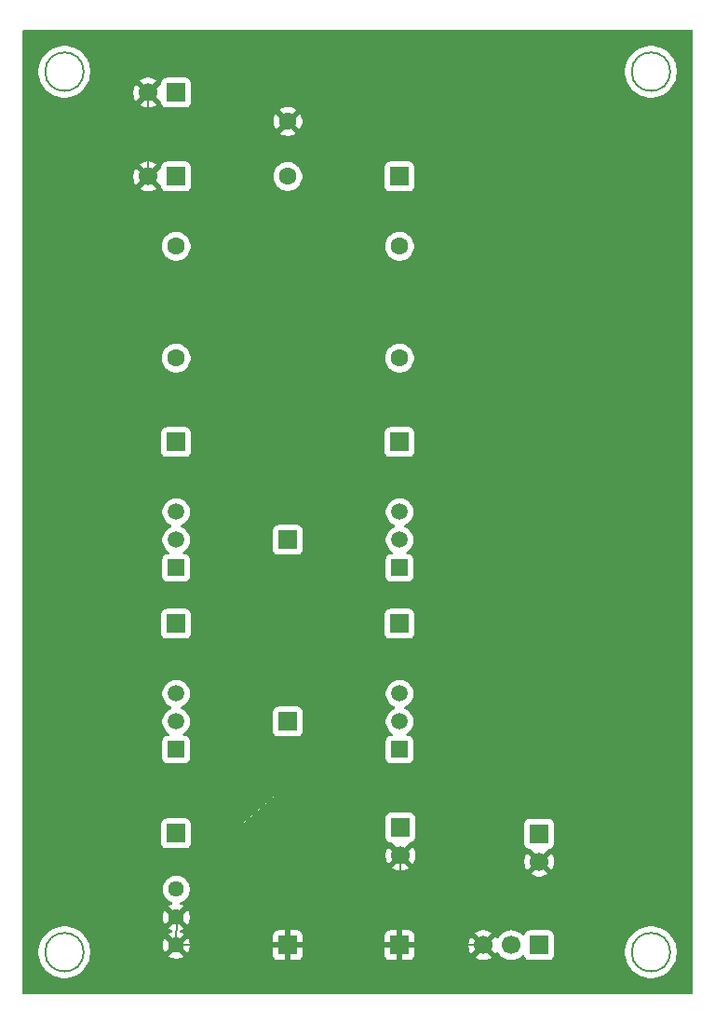
<source format=gbr>
%TF.GenerationSoftware,KiCad,Pcbnew,9.0.6-9.0.6~ubuntu22.04.1*%
%TF.CreationDate,2025-12-31T15:52:40+01:00*%
%TF.ProjectId,Symmetric_Wilson_Current_Mirror_Plain,53796d6d-6574-4726-9963-5f57696c736f,rev?*%
%TF.SameCoordinates,Original*%
%TF.FileFunction,Copper,L1,Top*%
%TF.FilePolarity,Positive*%
%FSLAX46Y46*%
G04 Gerber Fmt 4.6, Leading zero omitted, Abs format (unit mm)*
G04 Created by KiCad (PCBNEW 9.0.6-9.0.6~ubuntu22.04.1) date 2025-12-31 15:52:40*
%MOMM*%
%LPD*%
G01*
G04 APERTURE LIST*
%TA.AperFunction,NonConductor*%
%ADD10C,0.200000*%
%TD*%
%TA.AperFunction,Conductor*%
%ADD11C,0.200000*%
%TD*%
%TA.AperFunction,ComponentPad*%
%ADD12R,1.500000X1.500000*%
%TD*%
%TA.AperFunction,ComponentPad*%
%ADD13C,1.500000*%
%TD*%
%TA.AperFunction,ComponentPad*%
%ADD14R,1.700000X1.700000*%
%TD*%
%TA.AperFunction,ComponentPad*%
%ADD15C,1.700000*%
%TD*%
%TA.AperFunction,ComponentPad*%
%ADD16C,1.600000*%
%TD*%
%TA.AperFunction,ComponentPad*%
%ADD17C,1.440000*%
%TD*%
%TA.AperFunction,ViaPad*%
%ADD18C,1.300000*%
%TD*%
%TA.AperFunction,Conductor*%
%ADD19C,1.000000*%
%TD*%
G04 APERTURE END LIST*
D10*
X184630000Y-153670000D02*
G75*
G02*
X181130000Y-153670000I-1750000J0D01*
G01*
X181130000Y-153670000D02*
G75*
G02*
X184630000Y-153670000I1750000J0D01*
G01*
D11*
%TO.N,Gnd*%
X149860000Y-153035000D02*
X160020000Y-153035000D01*
X139700000Y-153035000D02*
X139790000Y-150495000D01*
X149860000Y-153035000D02*
X139700000Y-153035000D01*
X137160000Y-83820000D02*
X137160000Y-74930000D01*
D10*
X131290000Y-73660000D02*
G75*
G02*
X127790000Y-73660000I-1750000J0D01*
G01*
X127790000Y-73660000D02*
G75*
G02*
X131290000Y-73660000I1750000J0D01*
G01*
X131290000Y-153670000D02*
G75*
G02*
X127790000Y-153670000I-1750000J0D01*
G01*
X127790000Y-153670000D02*
G75*
G02*
X131290000Y-153670000I1750000J0D01*
G01*
D11*
X160020000Y-153035000D02*
X167640000Y-153035000D01*
D10*
X184630000Y-73660000D02*
G75*
G02*
X181130000Y-73660000I-1750000J0D01*
G01*
X181130000Y-73660000D02*
G75*
G02*
X184630000Y-73660000I1750000J0D01*
G01*
D11*
X160060000Y-144780000D02*
X160060000Y-152400000D01*
%TD*%
D12*
%TO.P,Q3,1,C*%
%TO.N,Vout*%
X160020000Y-135255000D03*
D13*
%TO.P,Q3,2,B*%
%TO.N,Net-(J4-Pin_1)*%
X160020000Y-132715000D03*
%TO.P,Q3,3,E*%
%TO.N,Net-(J10-Pin_1)*%
X160020000Y-130175000D03*
%TD*%
D14*
%TO.P,J11,1,Pin_1*%
%TO.N,Vout*%
X160100000Y-142335000D03*
D15*
%TO.P,J11,2,Pin_2*%
%TO.N,Gnd*%
X160100000Y-144875000D03*
%TD*%
D16*
%TO.P,R1,1*%
%TO.N,Net-(J1-Pin_1)*%
X139700000Y-89535000D03*
%TO.P,R1,2*%
%TO.N,Net-(J14-Pin_1)*%
X139700000Y-99695000D03*
%TD*%
D12*
%TO.P,Q2,1,C*%
%TO.N,Net-(J10-Pin_1)*%
X160020000Y-118745000D03*
D13*
%TO.P,Q2,2,B*%
X160020000Y-116205000D03*
%TO.P,Q2,3,E*%
%TO.N,Net-(J15-Pin_1)*%
X160020000Y-113665000D03*
%TD*%
D14*
%TO.P,J15,1,Pin_1*%
%TO.N,Net-(J15-Pin_1)*%
X160020000Y-107315000D03*
%TD*%
D16*
%TO.P,C1,1*%
%TO.N,Net-(J1-Pin_1)*%
X149860000Y-83185000D03*
%TO.P,C1,2*%
%TO.N,Gnd*%
X149860000Y-78185000D03*
%TD*%
D17*
%TO.P,RV1,1,1*%
%TO.N,Net-(J4-Pin_1)*%
X139700000Y-147955000D03*
%TO.P,RV1,2,2*%
%TO.N,Gnd*%
X139700000Y-150495000D03*
%TO.P,RV1,3,3*%
X139700000Y-153035000D03*
%TD*%
D14*
%TO.P,J14,1,Pin_1*%
%TO.N,Net-(J14-Pin_1)*%
X139700000Y-107315000D03*
%TD*%
%TO.P,J5,1,Pin_1*%
%TO.N,Net-(J1-Pin_1)*%
X160020000Y-83185000D03*
%TD*%
D12*
%TO.P,Q1,1,C*%
%TO.N,Net-(J3-Pin_1)*%
X139700000Y-118745000D03*
D13*
%TO.P,Q1,2,B*%
%TO.N,Net-(J10-Pin_1)*%
X139700000Y-116205000D03*
%TO.P,Q1,3,E*%
%TO.N,Net-(J14-Pin_1)*%
X139700000Y-113665000D03*
%TD*%
D14*
%TO.P,J10,1,Pin_1*%
%TO.N,Net-(J10-Pin_1)*%
X160020000Y-123825000D03*
%TD*%
%TO.P,J8,1,Pin_1*%
%TO.N,Gnd*%
X149860000Y-153035000D03*
%TD*%
%TO.P,J6,1,Pin_1*%
%TO.N,Net-(J10-Pin_1)*%
X149860000Y-116205000D03*
%TD*%
%TO.P,J3,1,Pin_1*%
%TO.N,Net-(J3-Pin_1)*%
X139700000Y-123825000D03*
%TD*%
%TO.P,J4,1,Pin_1*%
%TO.N,Net-(J4-Pin_1)*%
X139700000Y-142875000D03*
%TD*%
D16*
%TO.P,R2,1*%
%TO.N,Net-(J1-Pin_1)*%
X160020000Y-89535000D03*
%TO.P,R2,2*%
%TO.N,Net-(J15-Pin_1)*%
X160020000Y-99695000D03*
%TD*%
D14*
%TO.P,J9,1,Pin_1*%
%TO.N,Gnd*%
X160020000Y-153035000D03*
%TD*%
D12*
%TO.P,Q4,1,C*%
%TO.N,Net-(J4-Pin_1)*%
X139700000Y-135255000D03*
D13*
%TO.P,Q4,2,B*%
X139700000Y-132715000D03*
%TO.P,Q4,3,E*%
%TO.N,Net-(J3-Pin_1)*%
X139700000Y-130175000D03*
%TD*%
D14*
%TO.P,J7,1,Pin_1*%
%TO.N,Net-(J4-Pin_1)*%
X149860000Y-132715000D03*
%TD*%
%TO.P,J1,1,Pin_1*%
%TO.N,Net-(J1-Pin_1)*%
X139700000Y-75565000D03*
D15*
%TO.P,J1,2,Pin_2*%
%TO.N,Gnd*%
X137160000Y-75565000D03*
%TD*%
D14*
%TO.P,J2,1,Pin_1*%
%TO.N,Net-(J1-Pin_1)*%
X139700000Y-83185000D03*
D15*
%TO.P,J2,2,Pin_2*%
%TO.N,Gnd*%
X137160000Y-83185000D03*
%TD*%
D14*
%TO.P,J12,1,Pin_1*%
%TO.N,Net-(J1-Pin_1)*%
X172720000Y-153035000D03*
D15*
%TO.P,J12,2,Pin_2*%
%TO.N,Vout*%
X170180000Y-153035000D03*
%TO.P,J12,3,Pin_3*%
%TO.N,Gnd*%
X167640000Y-153035000D03*
%TD*%
D14*
%TO.P,J13,1,Pin_1*%
%TO.N,Net-(J1-Pin_1)*%
X172720000Y-142900000D03*
D15*
%TO.P,J13,2,Pin_2*%
%TO.N,Gnd*%
X172720000Y-145440000D03*
%TD*%
D18*
%TO.N,Gnd*%
X154940000Y-118745000D03*
X154940000Y-86995000D03*
X167640000Y-73025000D03*
X182880000Y-135255000D03*
X167640000Y-109855000D03*
X182880000Y-109855000D03*
X154940000Y-127635000D03*
X182880000Y-146685000D03*
X154940000Y-98425000D03*
X129540000Y-86995000D03*
X167640000Y-135255000D03*
X167640000Y-86995000D03*
X144780000Y-98425000D03*
X144780000Y-155575000D03*
X152400000Y-146685000D03*
X154940000Y-135255000D03*
X182880000Y-86995000D03*
X167640000Y-98425000D03*
X144780000Y-135255000D03*
X144780000Y-86995000D03*
X144780000Y-127635000D03*
X144780000Y-118745000D03*
X144780000Y-146685000D03*
X182880000Y-122555000D03*
X129540000Y-122555000D03*
X154940000Y-109855000D03*
X129540000Y-146685000D03*
X129540000Y-109855000D03*
X167640000Y-122555000D03*
X182880000Y-98425000D03*
X129540000Y-98425000D03*
X144780000Y-109855000D03*
X154940000Y-155575000D03*
X154940000Y-73025000D03*
X129540000Y-135255000D03*
%TD*%
D19*
%TO.N,Gnd*%
X160100000Y-152955000D02*
X160020000Y-153035000D01*
%TO.N,Net-(J4-Pin_1)*%
X149895000Y-132750000D02*
X149860000Y-132715000D01*
%TO.N,Vout*%
X160020000Y-142255000D02*
X160100000Y-142335000D01*
%TD*%
%TA.AperFunction,Conductor*%
%TO.N,Gnd*%
G36*
X148509501Y-133612876D02*
G01*
X148515908Y-133672483D01*
X148566202Y-133807328D01*
X148566206Y-133807335D01*
X148652452Y-133922544D01*
X148652455Y-133922547D01*
X148767664Y-134008793D01*
X148767671Y-134008797D01*
X148902517Y-134059091D01*
X148902516Y-134059091D01*
X148909444Y-134059835D01*
X148962127Y-134065500D01*
X149860000Y-134065499D01*
X149860000Y-138430000D01*
X144780000Y-142875000D01*
X141050500Y-142875000D01*
X141050499Y-141977129D01*
X141050498Y-141977123D01*
X141044091Y-141917516D01*
X140993797Y-141782671D01*
X140993793Y-141782664D01*
X140907547Y-141667455D01*
X140907544Y-141667452D01*
X140792335Y-141581206D01*
X140792328Y-141581202D01*
X140657482Y-141530908D01*
X140657483Y-141530908D01*
X140597883Y-141524501D01*
X140597881Y-141524500D01*
X140597873Y-141524500D01*
X140597865Y-141524500D01*
X139700000Y-141524500D01*
X139700000Y-136505499D01*
X140497872Y-136505499D01*
X140557483Y-136499091D01*
X140692331Y-136448796D01*
X140807546Y-136362546D01*
X140893796Y-136247331D01*
X140944091Y-136112483D01*
X140950500Y-136052873D01*
X140950499Y-134457128D01*
X140944091Y-134397517D01*
X140893796Y-134262669D01*
X140893795Y-134262668D01*
X140893793Y-134262664D01*
X140807547Y-134147455D01*
X140807544Y-134147452D01*
X140692335Y-134061206D01*
X140692328Y-134061202D01*
X140557482Y-134010908D01*
X140557483Y-134010908D01*
X140497883Y-134004501D01*
X140497881Y-134004500D01*
X140497873Y-134004500D01*
X140497865Y-134004500D01*
X140434267Y-134004500D01*
X140367228Y-133984815D01*
X140321473Y-133932011D01*
X140311529Y-133862853D01*
X140340554Y-133799297D01*
X140361381Y-133780182D01*
X140514646Y-133668828D01*
X140653828Y-133529646D01*
X140769524Y-133370405D01*
X140779921Y-133350000D01*
X148509501Y-133350000D01*
X148509501Y-133612876D01*
G37*
%TD.AperFunction*%
%TD*%
%TA.AperFunction,Conductor*%
%TO.N,Gnd*%
G36*
X148509500Y-117102870D02*
G01*
X148509501Y-117102876D01*
X148515908Y-117162483D01*
X148566202Y-117297328D01*
X148566206Y-117297335D01*
X148652452Y-117412544D01*
X148652455Y-117412547D01*
X148767664Y-117498793D01*
X148767671Y-117498797D01*
X148902517Y-117549091D01*
X148902516Y-117549091D01*
X148909444Y-117549835D01*
X148962127Y-117555500D01*
X150757872Y-117555499D01*
X150817483Y-117549091D01*
X150952331Y-117498796D01*
X151067546Y-117412546D01*
X151153796Y-117297331D01*
X151204091Y-117162483D01*
X151210500Y-117102873D01*
X151210499Y-116205000D01*
X158769500Y-116205000D01*
X158769500Y-116303422D01*
X158800290Y-116497826D01*
X158861117Y-116685029D01*
X158950476Y-116860405D01*
X159066172Y-117019646D01*
X159205354Y-117158828D01*
X159358621Y-117270184D01*
X159401285Y-117325512D01*
X159407264Y-117395125D01*
X159374658Y-117456920D01*
X159313819Y-117491278D01*
X159285736Y-117494500D01*
X159222130Y-117494500D01*
X159222123Y-117494501D01*
X159162516Y-117500908D01*
X159027671Y-117551202D01*
X159027664Y-117551206D01*
X158912455Y-117637452D01*
X158912452Y-117637455D01*
X158826206Y-117752664D01*
X158826202Y-117752671D01*
X158775908Y-117887517D01*
X158769501Y-117947116D01*
X158769501Y-117947123D01*
X158769500Y-117947135D01*
X158769500Y-119542870D01*
X158769501Y-119542876D01*
X158775908Y-119602483D01*
X158826202Y-119737328D01*
X158826206Y-119737335D01*
X158912452Y-119852544D01*
X158912455Y-119852547D01*
X159027664Y-119938793D01*
X159027671Y-119938797D01*
X159072618Y-119955561D01*
X159162517Y-119989091D01*
X159222127Y-119995500D01*
X159660000Y-119995499D01*
X159660000Y-122474500D01*
X159122129Y-122474500D01*
X159122123Y-122474501D01*
X159062516Y-122480908D01*
X158927671Y-122531202D01*
X158927664Y-122531206D01*
X158812455Y-122617452D01*
X158812452Y-122617455D01*
X158726206Y-122732664D01*
X158726202Y-122732671D01*
X158675908Y-122867517D01*
X158669501Y-122927116D01*
X158669501Y-122927123D01*
X158669500Y-122927135D01*
X158669500Y-124722870D01*
X158669501Y-124722876D01*
X158675908Y-124782483D01*
X158726202Y-124917328D01*
X158726206Y-124917335D01*
X158812452Y-125032544D01*
X158812455Y-125032547D01*
X158927664Y-125118793D01*
X158927671Y-125118797D01*
X159062517Y-125169091D01*
X159062516Y-125169091D01*
X159069444Y-125169835D01*
X159122127Y-125175500D01*
X159660000Y-125175499D01*
X159660000Y-128977117D01*
X159539972Y-129016117D01*
X159364594Y-129105476D01*
X159273741Y-129171485D01*
X159205354Y-129221172D01*
X159205352Y-129221174D01*
X159205351Y-129221174D01*
X159066174Y-129360351D01*
X159066174Y-129360352D01*
X159066172Y-129360354D01*
X159016485Y-129428741D01*
X158950476Y-129519594D01*
X158861117Y-129694970D01*
X158800290Y-129882173D01*
X158769500Y-130076577D01*
X158769500Y-130273422D01*
X158800290Y-130467826D01*
X158861117Y-130655029D01*
X158950476Y-130830405D01*
X159066172Y-130989646D01*
X159205354Y-131128828D01*
X159364595Y-131244524D01*
X159487992Y-131307397D01*
X159541213Y-131334515D01*
X159592009Y-131382489D01*
X159608804Y-131450310D01*
X159586267Y-131516445D01*
X159541213Y-131555485D01*
X159364594Y-131645476D01*
X159273741Y-131711485D01*
X159205354Y-131761172D01*
X159205352Y-131761174D01*
X159205351Y-131761174D01*
X159066174Y-131900351D01*
X159066174Y-131900352D01*
X159066172Y-131900354D01*
X159016485Y-131968741D01*
X158950476Y-132059594D01*
X158861117Y-132234970D01*
X158800290Y-132422173D01*
X158769500Y-132616577D01*
X158769500Y-132715000D01*
X151210500Y-132715000D01*
X151210499Y-131817129D01*
X151210498Y-131817123D01*
X151210497Y-131817116D01*
X151204091Y-131757517D01*
X151162302Y-131645476D01*
X151153797Y-131622671D01*
X151153793Y-131622664D01*
X151067547Y-131507455D01*
X151067544Y-131507452D01*
X150952335Y-131421206D01*
X150952328Y-131421202D01*
X150817482Y-131370908D01*
X150817483Y-131370908D01*
X150757883Y-131364501D01*
X150757881Y-131364500D01*
X150757873Y-131364500D01*
X150757864Y-131364500D01*
X148962129Y-131364500D01*
X148962123Y-131364501D01*
X148902516Y-131370908D01*
X148767671Y-131421202D01*
X148767664Y-131421206D01*
X148652455Y-131507452D01*
X148652452Y-131507455D01*
X148566206Y-131622664D01*
X148566202Y-131622671D01*
X148515908Y-131757517D01*
X148509501Y-131817116D01*
X148509500Y-131817127D01*
X148509500Y-132616583D01*
X148509501Y-132715000D01*
X140950500Y-132715000D01*
X140950500Y-132616577D01*
X140919709Y-132422173D01*
X140858882Y-132234970D01*
X140769523Y-132059594D01*
X140653828Y-131900354D01*
X140514646Y-131761172D01*
X140435025Y-131703324D01*
X140355403Y-131645474D01*
X140178787Y-131555485D01*
X140127990Y-131507511D01*
X140111195Y-131439690D01*
X140133732Y-131373555D01*
X140178787Y-131334515D01*
X140355403Y-131244525D01*
X140355402Y-131244525D01*
X140355405Y-131244524D01*
X140514646Y-131128828D01*
X140653828Y-130989646D01*
X140769524Y-130830405D01*
X140858884Y-130655025D01*
X140919709Y-130467826D01*
X140950500Y-130273422D01*
X140950500Y-130076577D01*
X140919709Y-129882173D01*
X140858882Y-129694970D01*
X140769523Y-129519594D01*
X140653828Y-129360354D01*
X140514646Y-129221172D01*
X140355405Y-129105476D01*
X140180029Y-129016117D01*
X139992826Y-128955290D01*
X139798422Y-128924500D01*
X139798417Y-128924500D01*
X139601583Y-128924500D01*
X139601578Y-128924500D01*
X139407173Y-128955290D01*
X139340000Y-128977116D01*
X139340000Y-125175499D01*
X140597872Y-125175499D01*
X140657483Y-125169091D01*
X140792331Y-125118796D01*
X140907546Y-125032546D01*
X140993796Y-124917331D01*
X141044091Y-124782483D01*
X141050500Y-124722873D01*
X141050499Y-122927128D01*
X141044091Y-122867517D01*
X140993796Y-122732669D01*
X140993795Y-122732668D01*
X140993793Y-122732664D01*
X140907547Y-122617455D01*
X140907544Y-122617452D01*
X140792335Y-122531206D01*
X140792328Y-122531202D01*
X140657482Y-122480908D01*
X140657483Y-122480908D01*
X140597883Y-122474501D01*
X140597881Y-122474500D01*
X140597873Y-122474500D01*
X140597865Y-122474500D01*
X139340000Y-122474500D01*
X139340000Y-119995499D01*
X140497872Y-119995499D01*
X140557483Y-119989091D01*
X140692331Y-119938796D01*
X140807546Y-119852546D01*
X140893796Y-119737331D01*
X140944091Y-119602483D01*
X140950500Y-119542873D01*
X140950499Y-117947128D01*
X140944091Y-117887517D01*
X140893796Y-117752669D01*
X140893795Y-117752668D01*
X140893793Y-117752664D01*
X140807547Y-117637455D01*
X140807544Y-117637452D01*
X140692335Y-117551206D01*
X140692328Y-117551202D01*
X140557482Y-117500908D01*
X140557483Y-117500908D01*
X140497883Y-117494501D01*
X140497881Y-117494500D01*
X140497873Y-117494500D01*
X140497865Y-117494500D01*
X140434267Y-117494500D01*
X140367228Y-117474815D01*
X140321473Y-117422011D01*
X140311529Y-117352853D01*
X140340554Y-117289297D01*
X140361381Y-117270182D01*
X140514646Y-117158828D01*
X140653828Y-117019646D01*
X140769524Y-116860405D01*
X140858884Y-116685025D01*
X140919709Y-116497826D01*
X140950500Y-116303422D01*
X140950500Y-116205000D01*
X148509500Y-116205000D01*
X148509500Y-117102870D01*
G37*
%TD.AperFunction*%
%TD*%
%TA.AperFunction,Conductor*%
%TO.N,Gnd*%
G36*
X148509500Y-133350000D02*
G01*
X140779921Y-133350000D01*
X140858884Y-133195025D01*
X140919709Y-133007826D01*
X140950500Y-132813422D01*
X140950500Y-132715000D01*
X148509500Y-132715000D01*
X148509500Y-133350000D01*
G37*
%TD.AperFunction*%
%TA.AperFunction,Conductor*%
G36*
X186633039Y-69869685D02*
G01*
X186678794Y-69922489D01*
X186690000Y-69974000D01*
X186690000Y-157356000D01*
X186670315Y-157423039D01*
X186617511Y-157468794D01*
X186566000Y-157480000D01*
X125854000Y-157480000D01*
X125786961Y-157460315D01*
X125741206Y-157407511D01*
X125730000Y-157356000D01*
X125730000Y-153515946D01*
X127189500Y-153515946D01*
X127189500Y-153824053D01*
X127189501Y-153824069D01*
X127229717Y-154129542D01*
X127309464Y-154427162D01*
X127427376Y-154711826D01*
X127427381Y-154711837D01*
X127520014Y-154872280D01*
X127581438Y-154978670D01*
X127581440Y-154978673D01*
X127581441Y-154978674D01*
X127769007Y-155223115D01*
X127769013Y-155223122D01*
X127986877Y-155440986D01*
X127986883Y-155440991D01*
X128231330Y-155628562D01*
X128402830Y-155727578D01*
X128498162Y-155782618D01*
X128498167Y-155782620D01*
X128498170Y-155782622D01*
X128782836Y-155900535D01*
X129080456Y-155980282D01*
X129385940Y-156020500D01*
X129385947Y-156020500D01*
X129694053Y-156020500D01*
X129694060Y-156020500D01*
X129999544Y-155980282D01*
X130297164Y-155900535D01*
X130581830Y-155782622D01*
X130848670Y-155628562D01*
X131093117Y-155440991D01*
X131310991Y-155223117D01*
X131498562Y-154978670D01*
X131652622Y-154711830D01*
X131770535Y-154427164D01*
X131850282Y-154129544D01*
X131890500Y-153824060D01*
X131890500Y-153515940D01*
X131850282Y-153210456D01*
X131770535Y-152912836D01*
X131652622Y-152628170D01*
X131652620Y-152628167D01*
X131652618Y-152628162D01*
X131588200Y-152516588D01*
X131498562Y-152361330D01*
X131328408Y-152139581D01*
X131325312Y-152135546D01*
X131325310Y-152135544D01*
X131312178Y-152118430D01*
X131310991Y-152116883D01*
X131310989Y-152116881D01*
X131310986Y-152116877D01*
X131093122Y-151899013D01*
X131093115Y-151899007D01*
X130848674Y-151711441D01*
X130848673Y-151711440D01*
X130848670Y-151711438D01*
X130700022Y-151625616D01*
X130581837Y-151557381D01*
X130581826Y-151557376D01*
X130297162Y-151439464D01*
X129999542Y-151359717D01*
X129694069Y-151319501D01*
X129694066Y-151319500D01*
X129694060Y-151319500D01*
X129385940Y-151319500D01*
X129385934Y-151319500D01*
X129385930Y-151319501D01*
X129080457Y-151359717D01*
X128782837Y-151439464D01*
X128498173Y-151557376D01*
X128498162Y-151557381D01*
X128231325Y-151711441D01*
X127986884Y-151899007D01*
X127986877Y-151899013D01*
X127769013Y-152116877D01*
X127769007Y-152116884D01*
X127581441Y-152361325D01*
X127427381Y-152628162D01*
X127427376Y-152628173D01*
X127309464Y-152912837D01*
X127229717Y-153210457D01*
X127189501Y-153515930D01*
X127189500Y-153515946D01*
X125730000Y-153515946D01*
X125730000Y-147858945D01*
X138479500Y-147858945D01*
X138479500Y-148051054D01*
X138509553Y-148240802D01*
X138568916Y-148423506D01*
X138568918Y-148423509D01*
X138656135Y-148594681D01*
X138769055Y-148750102D01*
X138904898Y-148885945D01*
X139060319Y-148998865D01*
X139231491Y-149086082D01*
X139231495Y-149086084D01*
X139296890Y-149107332D01*
X139354566Y-149146769D01*
X139381765Y-149211127D01*
X139369851Y-149279974D01*
X139322607Y-149331450D01*
X139296893Y-149343194D01*
X139231677Y-149364384D01*
X139060578Y-149451564D01*
X139031352Y-149472798D01*
X139031351Y-149472798D01*
X139653554Y-150095000D01*
X139647339Y-150095000D01*
X139545606Y-150122259D01*
X139454394Y-150174920D01*
X139379920Y-150249394D01*
X139327259Y-150340606D01*
X139300000Y-150442339D01*
X139300000Y-150448553D01*
X138677798Y-149826351D01*
X138677798Y-149826352D01*
X138656564Y-149855578D01*
X138569383Y-150026678D01*
X138510040Y-150209315D01*
X138480000Y-150398984D01*
X138480000Y-150591015D01*
X138510040Y-150780684D01*
X138569383Y-150963321D01*
X138656561Y-151134415D01*
X138677798Y-151163646D01*
X139300000Y-150541445D01*
X139300000Y-150547661D01*
X139327259Y-150649394D01*
X139379920Y-150740606D01*
X139454394Y-150815080D01*
X139545606Y-150867741D01*
X139647339Y-150895000D01*
X139653554Y-150895000D01*
X139031351Y-151517200D01*
X139031352Y-151517201D01*
X139060577Y-151538434D01*
X139231678Y-151625616D01*
X139297703Y-151647069D01*
X139355378Y-151686507D01*
X139382576Y-151750866D01*
X139370661Y-151819712D01*
X139323417Y-151871188D01*
X139297703Y-151882931D01*
X139231678Y-151904383D01*
X139060578Y-151991564D01*
X139031352Y-152012798D01*
X139031351Y-152012798D01*
X139653554Y-152635000D01*
X139647339Y-152635000D01*
X139545606Y-152662259D01*
X139454394Y-152714920D01*
X139379920Y-152789394D01*
X139327259Y-152880606D01*
X139300000Y-152982339D01*
X139300000Y-152988553D01*
X138677798Y-152366351D01*
X138677798Y-152366352D01*
X138656564Y-152395578D01*
X138569383Y-152566678D01*
X138510040Y-152749315D01*
X138480000Y-152938984D01*
X138480000Y-153131015D01*
X138510040Y-153320684D01*
X138569383Y-153503321D01*
X138656561Y-153674415D01*
X138677798Y-153703646D01*
X139300000Y-153081445D01*
X139300000Y-153087661D01*
X139327259Y-153189394D01*
X139379920Y-153280606D01*
X139454394Y-153355080D01*
X139545606Y-153407741D01*
X139647339Y-153435000D01*
X139653554Y-153435000D01*
X139031351Y-154057200D01*
X139031352Y-154057201D01*
X139060577Y-154078434D01*
X139231678Y-154165616D01*
X139414315Y-154224959D01*
X139603985Y-154255000D01*
X139796015Y-154255000D01*
X139985684Y-154224959D01*
X140168321Y-154165616D01*
X140339419Y-154078436D01*
X140368646Y-154057201D01*
X140368646Y-154057200D01*
X139746447Y-153435000D01*
X139752661Y-153435000D01*
X139854394Y-153407741D01*
X139945606Y-153355080D01*
X140020080Y-153280606D01*
X140072741Y-153189394D01*
X140100000Y-153087661D01*
X140100000Y-153081446D01*
X140722200Y-153703646D01*
X140722201Y-153703646D01*
X140743436Y-153674419D01*
X140830616Y-153503321D01*
X140889958Y-153320684D01*
X140906818Y-153214240D01*
X140906818Y-153214239D01*
X140920000Y-153131013D01*
X140920000Y-152938985D01*
X140889959Y-152749315D01*
X140830616Y-152566678D01*
X140743434Y-152395577D01*
X140722201Y-152366352D01*
X140722200Y-152366351D01*
X140100000Y-152988552D01*
X140100000Y-152982339D01*
X140072741Y-152880606D01*
X140020080Y-152789394D01*
X139945606Y-152714920D01*
X139854394Y-152662259D01*
X139752661Y-152635000D01*
X139746447Y-152635000D01*
X140244290Y-152137155D01*
X148510000Y-152137155D01*
X148510000Y-152785000D01*
X149426988Y-152785000D01*
X149394075Y-152842007D01*
X149360000Y-152969174D01*
X149360000Y-153100826D01*
X149394075Y-153227993D01*
X149426988Y-153285000D01*
X148510000Y-153285000D01*
X148510000Y-153932844D01*
X148516401Y-153992372D01*
X148516403Y-153992379D01*
X148566645Y-154127086D01*
X148566649Y-154127093D01*
X148652809Y-154242187D01*
X148652812Y-154242190D01*
X148767906Y-154328350D01*
X148767913Y-154328354D01*
X148902620Y-154378596D01*
X148902627Y-154378598D01*
X148962155Y-154384999D01*
X148962172Y-154385000D01*
X149610000Y-154385000D01*
X149610000Y-153468012D01*
X149667007Y-153500925D01*
X149794174Y-153535000D01*
X149925826Y-153535000D01*
X150052993Y-153500925D01*
X150110000Y-153468012D01*
X150110000Y-154385000D01*
X150757828Y-154385000D01*
X150757844Y-154384999D01*
X150817372Y-154378598D01*
X150817379Y-154378596D01*
X150952086Y-154328354D01*
X150952093Y-154328350D01*
X151067187Y-154242190D01*
X151067190Y-154242187D01*
X151153350Y-154127093D01*
X151153354Y-154127086D01*
X151203596Y-153992379D01*
X151203598Y-153992372D01*
X151209999Y-153932844D01*
X151210000Y-153932827D01*
X151210000Y-153285000D01*
X150293012Y-153285000D01*
X150325925Y-153227993D01*
X150360000Y-153100826D01*
X150360000Y-152969174D01*
X150325925Y-152842007D01*
X150293012Y-152785000D01*
X151210000Y-152785000D01*
X151210000Y-152137172D01*
X151209999Y-152137155D01*
X158670000Y-152137155D01*
X158670000Y-152785000D01*
X159586988Y-152785000D01*
X159554075Y-152842007D01*
X159520000Y-152969174D01*
X159520000Y-153100826D01*
X159554075Y-153227993D01*
X159586988Y-153285000D01*
X158670000Y-153285000D01*
X158670000Y-153932844D01*
X158676401Y-153992372D01*
X158676403Y-153992379D01*
X158726645Y-154127086D01*
X158726649Y-154127093D01*
X158812809Y-154242187D01*
X158812812Y-154242190D01*
X158927906Y-154328350D01*
X158927913Y-154328354D01*
X159062620Y-154378596D01*
X159062627Y-154378598D01*
X159122155Y-154384999D01*
X159122172Y-154385000D01*
X159770000Y-154385000D01*
X159770000Y-153468012D01*
X159827007Y-153500925D01*
X159954174Y-153535000D01*
X160085826Y-153535000D01*
X160212993Y-153500925D01*
X160270000Y-153468012D01*
X160270000Y-154385000D01*
X160917828Y-154385000D01*
X160917844Y-154384999D01*
X160977372Y-154378598D01*
X160977379Y-154378596D01*
X161112086Y-154328354D01*
X161112093Y-154328350D01*
X161227187Y-154242190D01*
X161227190Y-154242187D01*
X161313350Y-154127093D01*
X161313354Y-154127086D01*
X161338496Y-154059678D01*
X161363596Y-153992379D01*
X161363598Y-153992372D01*
X161369999Y-153932844D01*
X161370000Y-153932827D01*
X161370000Y-153285000D01*
X160453012Y-153285000D01*
X160485925Y-153227993D01*
X160520000Y-153100826D01*
X160520000Y-152969174D01*
X160509169Y-152928753D01*
X166290000Y-152928753D01*
X166290000Y-153141246D01*
X166323242Y-153351127D01*
X166323242Y-153351130D01*
X166388904Y-153553217D01*
X166485375Y-153742550D01*
X166524728Y-153796716D01*
X167157037Y-153164408D01*
X167174075Y-153227993D01*
X167239901Y-153342007D01*
X167332993Y-153435099D01*
X167447007Y-153500925D01*
X167510590Y-153517962D01*
X166878282Y-154150269D01*
X166878282Y-154150270D01*
X166932449Y-154189624D01*
X167121782Y-154286095D01*
X167323870Y-154351757D01*
X167533754Y-154385000D01*
X167746246Y-154385000D01*
X167956127Y-154351757D01*
X167956130Y-154351757D01*
X168158217Y-154286095D01*
X168347554Y-154189622D01*
X168401716Y-154150270D01*
X168401717Y-154150270D01*
X167769408Y-153517962D01*
X167832993Y-153500925D01*
X167947007Y-153435099D01*
X168040099Y-153342007D01*
X168105925Y-153227993D01*
X168122962Y-153164409D01*
X168755270Y-153796717D01*
X168755270Y-153796716D01*
X168794622Y-153742555D01*
X168799232Y-153733507D01*
X168847205Y-153682709D01*
X168915025Y-153665912D01*
X168981161Y-153688447D01*
X169020204Y-153733504D01*
X169024949Y-153742817D01*
X169149890Y-153914786D01*
X169300213Y-154065109D01*
X169472179Y-154190048D01*
X169472181Y-154190049D01*
X169472184Y-154190051D01*
X169661588Y-154286557D01*
X169863757Y-154352246D01*
X170073713Y-154385500D01*
X170073714Y-154385500D01*
X170286286Y-154385500D01*
X170286287Y-154385500D01*
X170496243Y-154352246D01*
X170698412Y-154286557D01*
X170887816Y-154190051D01*
X170974471Y-154127093D01*
X171059784Y-154065110D01*
X171059784Y-154065109D01*
X171059792Y-154065104D01*
X171173329Y-153951566D01*
X171234648Y-153918084D01*
X171304340Y-153923068D01*
X171360274Y-153964939D01*
X171377189Y-153995917D01*
X171426202Y-154127328D01*
X171426206Y-154127335D01*
X171512452Y-154242544D01*
X171512455Y-154242547D01*
X171627664Y-154328793D01*
X171627671Y-154328797D01*
X171762517Y-154379091D01*
X171762516Y-154379091D01*
X171769444Y-154379835D01*
X171822127Y-154385500D01*
X173617872Y-154385499D01*
X173677483Y-154379091D01*
X173812331Y-154328796D01*
X173927546Y-154242546D01*
X174013796Y-154127331D01*
X174064091Y-153992483D01*
X174070500Y-153932873D01*
X174070500Y-153515946D01*
X180529500Y-153515946D01*
X180529500Y-153824053D01*
X180529501Y-153824069D01*
X180569717Y-154129542D01*
X180649464Y-154427162D01*
X180767376Y-154711826D01*
X180767381Y-154711837D01*
X180860014Y-154872280D01*
X180921438Y-154978670D01*
X180921440Y-154978673D01*
X180921441Y-154978674D01*
X181109007Y-155223115D01*
X181109013Y-155223122D01*
X181326877Y-155440986D01*
X181326883Y-155440991D01*
X181571330Y-155628562D01*
X181742830Y-155727578D01*
X181838162Y-155782618D01*
X181838167Y-155782620D01*
X181838170Y-155782622D01*
X182122836Y-155900535D01*
X182420456Y-155980282D01*
X182725940Y-156020500D01*
X182725947Y-156020500D01*
X183034053Y-156020500D01*
X183034060Y-156020500D01*
X183339544Y-155980282D01*
X183637164Y-155900535D01*
X183921830Y-155782622D01*
X184188670Y-155628562D01*
X184433117Y-155440991D01*
X184650991Y-155223117D01*
X184838562Y-154978670D01*
X184992622Y-154711830D01*
X185110535Y-154427164D01*
X185190282Y-154129544D01*
X185230500Y-153824060D01*
X185230500Y-153515940D01*
X185190282Y-153210456D01*
X185110535Y-152912836D01*
X184992622Y-152628170D01*
X184992620Y-152628167D01*
X184992618Y-152628162D01*
X184928200Y-152516588D01*
X184838562Y-152361330D01*
X184668408Y-152139581D01*
X184650992Y-152116884D01*
X184650986Y-152116877D01*
X184433122Y-151899013D01*
X184433115Y-151899007D01*
X184188674Y-151711441D01*
X184188673Y-151711440D01*
X184188670Y-151711438D01*
X184040022Y-151625616D01*
X183921837Y-151557381D01*
X183921826Y-151557376D01*
X183637162Y-151439464D01*
X183339542Y-151359717D01*
X183034069Y-151319501D01*
X183034066Y-151319500D01*
X183034060Y-151319500D01*
X182725940Y-151319500D01*
X182725934Y-151319500D01*
X182725930Y-151319501D01*
X182420457Y-151359717D01*
X182122837Y-151439464D01*
X181838173Y-151557376D01*
X181838162Y-151557381D01*
X181571325Y-151711441D01*
X181326884Y-151899007D01*
X181326877Y-151899013D01*
X181109013Y-152116877D01*
X181109007Y-152116884D01*
X180921441Y-152361325D01*
X180767381Y-152628162D01*
X180767376Y-152628173D01*
X180649464Y-152912837D01*
X180569717Y-153210457D01*
X180529501Y-153515930D01*
X180529500Y-153515946D01*
X174070500Y-153515946D01*
X174070499Y-153035000D01*
X174070499Y-152137129D01*
X174070498Y-152137123D01*
X174070328Y-152135546D01*
X174064103Y-152077627D01*
X174064091Y-152077516D01*
X174013797Y-151942671D01*
X174013793Y-151942664D01*
X173927547Y-151827455D01*
X173927544Y-151827452D01*
X173812335Y-151741206D01*
X173812328Y-151741202D01*
X173677482Y-151690908D01*
X173677483Y-151690908D01*
X173617883Y-151684501D01*
X173617881Y-151684500D01*
X173617873Y-151684500D01*
X173617864Y-151684500D01*
X171822129Y-151684500D01*
X171822123Y-151684501D01*
X171762516Y-151690908D01*
X171627671Y-151741202D01*
X171627664Y-151741206D01*
X171512455Y-151827452D01*
X171512452Y-151827455D01*
X171426206Y-151942664D01*
X171426203Y-151942669D01*
X171377189Y-152074083D01*
X171335317Y-152130016D01*
X171269853Y-152154433D01*
X171201580Y-152139581D01*
X171173326Y-152118430D01*
X171059786Y-152004890D01*
X170887820Y-151879951D01*
X170698414Y-151783444D01*
X170698413Y-151783443D01*
X170698412Y-151783443D01*
X170496243Y-151717754D01*
X170496241Y-151717753D01*
X170496240Y-151717753D01*
X170334957Y-151692208D01*
X170286287Y-151684500D01*
X170073713Y-151684500D01*
X170025042Y-151692208D01*
X169863760Y-151717753D01*
X169661585Y-151783444D01*
X169472179Y-151879951D01*
X169300213Y-152004890D01*
X169149890Y-152155213D01*
X169024949Y-152327182D01*
X169020202Y-152336499D01*
X168972227Y-152387293D01*
X168904405Y-152404087D01*
X168838271Y-152381548D01*
X168799234Y-152336495D01*
X168794626Y-152327452D01*
X168755270Y-152273282D01*
X168755269Y-152273282D01*
X168122962Y-152905590D01*
X168105925Y-152842007D01*
X168040099Y-152727993D01*
X167947007Y-152634901D01*
X167832993Y-152569075D01*
X167769409Y-152552037D01*
X168401716Y-151919728D01*
X168347550Y-151880375D01*
X168158217Y-151783904D01*
X167956129Y-151718242D01*
X167746246Y-151685000D01*
X167533754Y-151685000D01*
X167323872Y-151718242D01*
X167323869Y-151718242D01*
X167121782Y-151783904D01*
X166932439Y-151880380D01*
X166878282Y-151919727D01*
X166878282Y-151919728D01*
X167510591Y-152552037D01*
X167447007Y-152569075D01*
X167332993Y-152634901D01*
X167239901Y-152727993D01*
X167174075Y-152842007D01*
X167157037Y-152905591D01*
X166524728Y-152273282D01*
X166524727Y-152273282D01*
X166485380Y-152327439D01*
X166388904Y-152516782D01*
X166323242Y-152718869D01*
X166323242Y-152718872D01*
X166290000Y-152928753D01*
X160509169Y-152928753D01*
X160485925Y-152842007D01*
X160453012Y-152785000D01*
X161370000Y-152785000D01*
X161370000Y-152137172D01*
X161369999Y-152137155D01*
X161363598Y-152077627D01*
X161363597Y-152077623D01*
X161338495Y-152010321D01*
X161338494Y-152010319D01*
X161313354Y-151942913D01*
X161313350Y-151942906D01*
X161227190Y-151827812D01*
X161227187Y-151827809D01*
X161112093Y-151741649D01*
X161112086Y-151741645D01*
X160977379Y-151691403D01*
X160977372Y-151691401D01*
X160917844Y-151685000D01*
X160270000Y-151685000D01*
X160270000Y-152601988D01*
X160212993Y-152569075D01*
X160085826Y-152535000D01*
X159954174Y-152535000D01*
X159827007Y-152569075D01*
X159770000Y-152601988D01*
X159770000Y-151685000D01*
X159122155Y-151685000D01*
X159062627Y-151691401D01*
X159062620Y-151691403D01*
X158927913Y-151741645D01*
X158927906Y-151741649D01*
X158812812Y-151827809D01*
X158812809Y-151827812D01*
X158726649Y-151942906D01*
X158726645Y-151942913D01*
X158676403Y-152077620D01*
X158676401Y-152077627D01*
X158670000Y-152137155D01*
X151209999Y-152137155D01*
X151203598Y-152077627D01*
X151203596Y-152077620D01*
X151153354Y-151942913D01*
X151153350Y-151942906D01*
X151067190Y-151827812D01*
X151067187Y-151827809D01*
X150952093Y-151741649D01*
X150952086Y-151741645D01*
X150817379Y-151691403D01*
X150817372Y-151691401D01*
X150757844Y-151685000D01*
X150110000Y-151685000D01*
X150110000Y-152601988D01*
X150052993Y-152569075D01*
X149925826Y-152535000D01*
X149794174Y-152535000D01*
X149667007Y-152569075D01*
X149610000Y-152601988D01*
X149610000Y-151685000D01*
X148962155Y-151685000D01*
X148902627Y-151691401D01*
X148902620Y-151691403D01*
X148767913Y-151741645D01*
X148767906Y-151741649D01*
X148652812Y-151827809D01*
X148652809Y-151827812D01*
X148566649Y-151942906D01*
X148566645Y-151942913D01*
X148516403Y-152077620D01*
X148516401Y-152077627D01*
X148510000Y-152137155D01*
X140244290Y-152137155D01*
X140335275Y-152046170D01*
X140368646Y-152012798D01*
X140339415Y-151991561D01*
X140168319Y-151904383D01*
X140102297Y-151882931D01*
X140044621Y-151843493D01*
X140017423Y-151779135D01*
X140029338Y-151710288D01*
X140076582Y-151658813D01*
X140102297Y-151647069D01*
X140168319Y-151625616D01*
X140339419Y-151538436D01*
X140368646Y-151517201D01*
X140368646Y-151517200D01*
X139746447Y-150895000D01*
X139752661Y-150895000D01*
X139854394Y-150867741D01*
X139945606Y-150815080D01*
X140020080Y-150740606D01*
X140072741Y-150649394D01*
X140100000Y-150547661D01*
X140100000Y-150541446D01*
X140722200Y-151163646D01*
X140722201Y-151163646D01*
X140743436Y-151134419D01*
X140830616Y-150963321D01*
X140889959Y-150780684D01*
X140920000Y-150591015D01*
X140920000Y-150398984D01*
X140889959Y-150209315D01*
X140830616Y-150026678D01*
X140743434Y-149855577D01*
X140722201Y-149826352D01*
X140722200Y-149826351D01*
X140100000Y-150448552D01*
X140100000Y-150442339D01*
X140072741Y-150340606D01*
X140020080Y-150249394D01*
X139945606Y-150174920D01*
X139854394Y-150122259D01*
X139752661Y-150095000D01*
X139746447Y-150095000D01*
X140368646Y-149472798D01*
X140339415Y-149451561D01*
X140168321Y-149364383D01*
X140103107Y-149343194D01*
X140045432Y-149303756D01*
X140018234Y-149239397D01*
X140030149Y-149170551D01*
X140077394Y-149119075D01*
X140103109Y-149107332D01*
X140168504Y-149086084D01*
X140168506Y-149086082D01*
X140168509Y-149086082D01*
X140339681Y-148998865D01*
X140495102Y-148885945D01*
X140630945Y-148750102D01*
X140743865Y-148594681D01*
X140831082Y-148423509D01*
X140890447Y-148240801D01*
X140920500Y-148051055D01*
X140920500Y-147858945D01*
X140890447Y-147669199D01*
X140831082Y-147486491D01*
X140743865Y-147315319D01*
X140630945Y-147159898D01*
X140495102Y-147024055D01*
X140339681Y-146911135D01*
X140168506Y-146823916D01*
X139985802Y-146764553D01*
X139890928Y-146749526D01*
X139796055Y-146734500D01*
X139603945Y-146734500D01*
X139540696Y-146744517D01*
X139414197Y-146764553D01*
X139231493Y-146823916D01*
X139060318Y-146911135D01*
X138971645Y-146975560D01*
X138904898Y-147024055D01*
X138904896Y-147024057D01*
X138904895Y-147024057D01*
X138769057Y-147159895D01*
X138769057Y-147159896D01*
X138769055Y-147159898D01*
X138720560Y-147226645D01*
X138656135Y-147315318D01*
X138568916Y-147486493D01*
X138509553Y-147669197D01*
X138479500Y-147858945D01*
X125730000Y-147858945D01*
X125730000Y-122927135D01*
X138349500Y-122927135D01*
X138349500Y-124722870D01*
X138349501Y-124722876D01*
X138355908Y-124782483D01*
X138406202Y-124917328D01*
X138406206Y-124917335D01*
X138492452Y-125032544D01*
X138492455Y-125032547D01*
X138607664Y-125118793D01*
X138607671Y-125118797D01*
X138742517Y-125169091D01*
X138742516Y-125169091D01*
X138749444Y-125169835D01*
X138802127Y-125175500D01*
X139340000Y-125175499D01*
X139340000Y-128977116D01*
X139219970Y-129016117D01*
X139044594Y-129105476D01*
X138953741Y-129171485D01*
X138885354Y-129221172D01*
X138885352Y-129221174D01*
X138885351Y-129221174D01*
X138746174Y-129360351D01*
X138746174Y-129360352D01*
X138746172Y-129360354D01*
X138696485Y-129428741D01*
X138630476Y-129519594D01*
X138541117Y-129694970D01*
X138480290Y-129882173D01*
X138449500Y-130076577D01*
X138449500Y-130273422D01*
X138480290Y-130467826D01*
X138541117Y-130655029D01*
X138630476Y-130830405D01*
X138746172Y-130989646D01*
X138885354Y-131128828D01*
X139044595Y-131244524D01*
X139167992Y-131307397D01*
X139221213Y-131334515D01*
X139272009Y-131382489D01*
X139288804Y-131450310D01*
X139266267Y-131516445D01*
X139221213Y-131555485D01*
X139044594Y-131645476D01*
X138953741Y-131711485D01*
X138885354Y-131761172D01*
X138885352Y-131761174D01*
X138885351Y-131761174D01*
X138746174Y-131900351D01*
X138746174Y-131900352D01*
X138746172Y-131900354D01*
X138696485Y-131968741D01*
X138630476Y-132059594D01*
X138541117Y-132234970D01*
X138480290Y-132422173D01*
X138449500Y-132616577D01*
X138449500Y-132813422D01*
X138480290Y-133007826D01*
X138541117Y-133195029D01*
X138630476Y-133370405D01*
X138746172Y-133529646D01*
X138885354Y-133668828D01*
X139038621Y-133780184D01*
X139081285Y-133835512D01*
X139087264Y-133905125D01*
X139054658Y-133966920D01*
X138993819Y-134001278D01*
X138965736Y-134004500D01*
X138902130Y-134004500D01*
X138902123Y-134004501D01*
X138842516Y-134010908D01*
X138707671Y-134061202D01*
X138707664Y-134061206D01*
X138592455Y-134147452D01*
X138592452Y-134147455D01*
X138506206Y-134262664D01*
X138506202Y-134262671D01*
X138455908Y-134397517D01*
X138449501Y-134457116D01*
X138449501Y-134457123D01*
X138449500Y-134457135D01*
X138449500Y-136052870D01*
X138449501Y-136052876D01*
X138455908Y-136112483D01*
X138506202Y-136247328D01*
X138506206Y-136247335D01*
X138592452Y-136362544D01*
X138592455Y-136362547D01*
X138707664Y-136448793D01*
X138707671Y-136448797D01*
X138842517Y-136499091D01*
X138842516Y-136499091D01*
X138849444Y-136499835D01*
X138902127Y-136505500D01*
X139700000Y-136505499D01*
X139700000Y-141524500D01*
X138802129Y-141524500D01*
X138802123Y-141524501D01*
X138742516Y-141530908D01*
X138607671Y-141581202D01*
X138607664Y-141581206D01*
X138492455Y-141667452D01*
X138492452Y-141667455D01*
X138406206Y-141782664D01*
X138406202Y-141782671D01*
X138355908Y-141917517D01*
X138349501Y-141977116D01*
X138349501Y-141977123D01*
X138349500Y-141977135D01*
X138349500Y-143772870D01*
X138349501Y-143772876D01*
X138355908Y-143832483D01*
X138406202Y-143967328D01*
X138406206Y-143967335D01*
X138492452Y-144082544D01*
X138492455Y-144082547D01*
X138607664Y-144168793D01*
X138607671Y-144168797D01*
X138742517Y-144219091D01*
X138742516Y-144219091D01*
X138749444Y-144219835D01*
X138802127Y-144225500D01*
X140597872Y-144225499D01*
X140657483Y-144219091D01*
X140792331Y-144168796D01*
X140907546Y-144082546D01*
X140993796Y-143967331D01*
X141044091Y-143832483D01*
X141050500Y-143772873D01*
X141050499Y-142875000D01*
X144780000Y-142875000D01*
X146423274Y-141437135D01*
X158749500Y-141437135D01*
X158749500Y-143232870D01*
X158749501Y-143232876D01*
X158755908Y-143292483D01*
X158806202Y-143427328D01*
X158806206Y-143427335D01*
X158892452Y-143542544D01*
X158892455Y-143542547D01*
X159007664Y-143628793D01*
X159007671Y-143628797D01*
X159052618Y-143645561D01*
X159142517Y-143679091D01*
X159202127Y-143685500D01*
X159212685Y-143685499D01*
X159279723Y-143705179D01*
X159300372Y-143721818D01*
X159970591Y-144392037D01*
X159907007Y-144409075D01*
X159792993Y-144474901D01*
X159699901Y-144567993D01*
X159634075Y-144682007D01*
X159617037Y-144745591D01*
X158984728Y-144113282D01*
X158984727Y-144113282D01*
X158945380Y-144167439D01*
X158848904Y-144356782D01*
X158783242Y-144558869D01*
X158783242Y-144558872D01*
X158750000Y-144768753D01*
X158750000Y-144981246D01*
X158783242Y-145191127D01*
X158783242Y-145191130D01*
X158848904Y-145393217D01*
X158945375Y-145582550D01*
X158984728Y-145636716D01*
X159617036Y-145004407D01*
X159634075Y-145067993D01*
X159699901Y-145182007D01*
X159792993Y-145275099D01*
X159907007Y-145340925D01*
X159970590Y-145357962D01*
X159338282Y-145990269D01*
X159338282Y-145990270D01*
X159392449Y-146029624D01*
X159581782Y-146126095D01*
X159783870Y-146191757D01*
X159993754Y-146225000D01*
X160206246Y-146225000D01*
X160416127Y-146191757D01*
X160416130Y-146191757D01*
X160618217Y-146126095D01*
X160807554Y-146029622D01*
X160861716Y-145990270D01*
X160861717Y-145990270D01*
X160229408Y-145357962D01*
X160292993Y-145340925D01*
X160407007Y-145275099D01*
X160500099Y-145182007D01*
X160565925Y-145067993D01*
X160582962Y-145004408D01*
X161215270Y-145636717D01*
X161215270Y-145636716D01*
X161254622Y-145582554D01*
X161351095Y-145393217D01*
X161384450Y-145290563D01*
X161416757Y-145191130D01*
X161416757Y-145191127D01*
X161450000Y-144981246D01*
X161450000Y-144768753D01*
X161416757Y-144558872D01*
X161416757Y-144558869D01*
X161351095Y-144356782D01*
X161254624Y-144167449D01*
X161215270Y-144113282D01*
X161215269Y-144113282D01*
X160582962Y-144745590D01*
X160565925Y-144682007D01*
X160500099Y-144567993D01*
X160407007Y-144474901D01*
X160292993Y-144409075D01*
X160229409Y-144392037D01*
X160899627Y-143721818D01*
X160960950Y-143688333D01*
X160987307Y-143685499D01*
X160997872Y-143685499D01*
X161057483Y-143679091D01*
X161192331Y-143628796D01*
X161307546Y-143542546D01*
X161393796Y-143427331D01*
X161444091Y-143292483D01*
X161450500Y-143232873D01*
X161450499Y-142002135D01*
X171369500Y-142002135D01*
X171369500Y-143797870D01*
X171369501Y-143797876D01*
X171375908Y-143857483D01*
X171426202Y-143992328D01*
X171426206Y-143992335D01*
X171512452Y-144107544D01*
X171512455Y-144107547D01*
X171627664Y-144193793D01*
X171627671Y-144193797D01*
X171672618Y-144210561D01*
X171762517Y-144244091D01*
X171822127Y-144250500D01*
X171832685Y-144250499D01*
X171899723Y-144270179D01*
X171920372Y-144286818D01*
X172590591Y-144957037D01*
X172527007Y-144974075D01*
X172412993Y-145039901D01*
X172319901Y-145132993D01*
X172254075Y-145247007D01*
X172237037Y-145310591D01*
X171604728Y-144678282D01*
X171604727Y-144678282D01*
X171565380Y-144732439D01*
X171468904Y-144921782D01*
X171403242Y-145123869D01*
X171403242Y-145123872D01*
X171370000Y-145333753D01*
X171370000Y-145546246D01*
X171403242Y-145756127D01*
X171403242Y-145756130D01*
X171468904Y-145958217D01*
X171565375Y-146147550D01*
X171604728Y-146201716D01*
X172237036Y-145569407D01*
X172254075Y-145632993D01*
X172319901Y-145747007D01*
X172412993Y-145840099D01*
X172527007Y-145905925D01*
X172590590Y-145922962D01*
X171958282Y-146555269D01*
X171958282Y-146555270D01*
X172012449Y-146594624D01*
X172201782Y-146691095D01*
X172403870Y-146756757D01*
X172613754Y-146790000D01*
X172826246Y-146790000D01*
X173036127Y-146756757D01*
X173036130Y-146756757D01*
X173238217Y-146691095D01*
X173427554Y-146594622D01*
X173481716Y-146555270D01*
X173481717Y-146555270D01*
X172849408Y-145922962D01*
X172912993Y-145905925D01*
X173027007Y-145840099D01*
X173120099Y-145747007D01*
X173185925Y-145632993D01*
X173202962Y-145569408D01*
X173835270Y-146201717D01*
X173835270Y-146201716D01*
X173874622Y-146147554D01*
X173971095Y-145958217D01*
X174036757Y-145756130D01*
X174036757Y-145756127D01*
X174070000Y-145546246D01*
X174070000Y-145333753D01*
X174036757Y-145123872D01*
X174036757Y-145123869D01*
X173971095Y-144921782D01*
X173874624Y-144732449D01*
X173835270Y-144678282D01*
X173835269Y-144678282D01*
X173202962Y-145310590D01*
X173185925Y-145247007D01*
X173120099Y-145132993D01*
X173027007Y-145039901D01*
X172912993Y-144974075D01*
X172849409Y-144957037D01*
X173519627Y-144286818D01*
X173580950Y-144253333D01*
X173607307Y-144250499D01*
X173617872Y-144250499D01*
X173677483Y-144244091D01*
X173812331Y-144193796D01*
X173927546Y-144107546D01*
X174013796Y-143992331D01*
X174064091Y-143857483D01*
X174070500Y-143797873D01*
X174070499Y-142002128D01*
X174064091Y-141942517D01*
X174054766Y-141917516D01*
X174013797Y-141807671D01*
X174013793Y-141807664D01*
X173927547Y-141692455D01*
X173927544Y-141692452D01*
X173812335Y-141606206D01*
X173812328Y-141606202D01*
X173677482Y-141555908D01*
X173677483Y-141555908D01*
X173617883Y-141549501D01*
X173617881Y-141549500D01*
X173617873Y-141549500D01*
X173617864Y-141549500D01*
X171822129Y-141549500D01*
X171822123Y-141549501D01*
X171762516Y-141555908D01*
X171627671Y-141606202D01*
X171627664Y-141606206D01*
X171512455Y-141692452D01*
X171512452Y-141692455D01*
X171426206Y-141807664D01*
X171426202Y-141807671D01*
X171375908Y-141942517D01*
X171372187Y-141977135D01*
X171369501Y-142002123D01*
X171369500Y-142002135D01*
X161450499Y-142002135D01*
X161450499Y-141437128D01*
X161444091Y-141377517D01*
X161393796Y-141242669D01*
X161393795Y-141242668D01*
X161393793Y-141242664D01*
X161307547Y-141127455D01*
X161307544Y-141127452D01*
X161192335Y-141041206D01*
X161192328Y-141041202D01*
X161057482Y-140990908D01*
X161057483Y-140990908D01*
X160997883Y-140984501D01*
X160997881Y-140984500D01*
X160997873Y-140984500D01*
X160997864Y-140984500D01*
X159202129Y-140984500D01*
X159202123Y-140984501D01*
X159142516Y-140990908D01*
X159007671Y-141041202D01*
X159007664Y-141041206D01*
X158892455Y-141127452D01*
X158892452Y-141127455D01*
X158806206Y-141242664D01*
X158806202Y-141242671D01*
X158755908Y-141377517D01*
X158749501Y-141437116D01*
X158749501Y-141437123D01*
X158749500Y-141437135D01*
X146423274Y-141437135D01*
X149860000Y-138430000D01*
X149860000Y-134065499D01*
X150757872Y-134065499D01*
X150817483Y-134059091D01*
X150952331Y-134008796D01*
X151067546Y-133922546D01*
X151153796Y-133807331D01*
X151204091Y-133672483D01*
X151210500Y-133612873D01*
X151210499Y-132715000D01*
X158769500Y-132715000D01*
X158769500Y-132813422D01*
X158800290Y-133007826D01*
X158861117Y-133195029D01*
X158950476Y-133370405D01*
X159066172Y-133529646D01*
X159205354Y-133668828D01*
X159358621Y-133780184D01*
X159401285Y-133835512D01*
X159407264Y-133905125D01*
X159374658Y-133966920D01*
X159313819Y-134001278D01*
X159285736Y-134004500D01*
X159222130Y-134004500D01*
X159222123Y-134004501D01*
X159162516Y-134010908D01*
X159027671Y-134061202D01*
X159027664Y-134061206D01*
X158912455Y-134147452D01*
X158912452Y-134147455D01*
X158826206Y-134262664D01*
X158826202Y-134262671D01*
X158775908Y-134397517D01*
X158769501Y-134457116D01*
X158769501Y-134457123D01*
X158769500Y-134457135D01*
X158769500Y-136052870D01*
X158769501Y-136052876D01*
X158775908Y-136112483D01*
X158826202Y-136247328D01*
X158826206Y-136247335D01*
X158912452Y-136362544D01*
X158912455Y-136362547D01*
X159027664Y-136448793D01*
X159027671Y-136448797D01*
X159162517Y-136499091D01*
X159162516Y-136499091D01*
X159169444Y-136499835D01*
X159222127Y-136505500D01*
X160817872Y-136505499D01*
X160877483Y-136499091D01*
X161012331Y-136448796D01*
X161127546Y-136362546D01*
X161213796Y-136247331D01*
X161264091Y-136112483D01*
X161270500Y-136052873D01*
X161270499Y-134457128D01*
X161264091Y-134397517D01*
X161213796Y-134262669D01*
X161213795Y-134262668D01*
X161213793Y-134262664D01*
X161127547Y-134147455D01*
X161127544Y-134147452D01*
X161012335Y-134061206D01*
X161012328Y-134061202D01*
X160877482Y-134010908D01*
X160877483Y-134010908D01*
X160817883Y-134004501D01*
X160817881Y-134004500D01*
X160817873Y-134004500D01*
X160817865Y-134004500D01*
X160754267Y-134004500D01*
X160687228Y-133984815D01*
X160641473Y-133932011D01*
X160631529Y-133862853D01*
X160660554Y-133799297D01*
X160681381Y-133780182D01*
X160834646Y-133668828D01*
X160973828Y-133529646D01*
X161089524Y-133370405D01*
X161178884Y-133195025D01*
X161239709Y-133007826D01*
X161270500Y-132813422D01*
X161270500Y-132616577D01*
X161239709Y-132422173D01*
X161178882Y-132234970D01*
X161089523Y-132059594D01*
X160973828Y-131900354D01*
X160834646Y-131761172D01*
X160755025Y-131703324D01*
X160675403Y-131645474D01*
X160498787Y-131555485D01*
X160447990Y-131507511D01*
X160431195Y-131439690D01*
X160453732Y-131373555D01*
X160498787Y-131334515D01*
X160675403Y-131244525D01*
X160675402Y-131244525D01*
X160675405Y-131244524D01*
X160834646Y-131128828D01*
X160973828Y-130989646D01*
X161089524Y-130830405D01*
X161178884Y-130655025D01*
X161239709Y-130467826D01*
X161270500Y-130273422D01*
X161270500Y-130076577D01*
X161239709Y-129882173D01*
X161178882Y-129694970D01*
X161089523Y-129519594D01*
X160973828Y-129360354D01*
X160834646Y-129221172D01*
X160675405Y-129105476D01*
X160500029Y-129016117D01*
X160312826Y-128955290D01*
X160118422Y-128924500D01*
X160118417Y-128924500D01*
X159921583Y-128924500D01*
X159921578Y-128924500D01*
X159727173Y-128955290D01*
X159660000Y-128977116D01*
X159660000Y-125175499D01*
X160917872Y-125175499D01*
X160977483Y-125169091D01*
X161112331Y-125118796D01*
X161227546Y-125032546D01*
X161313796Y-124917331D01*
X161364091Y-124782483D01*
X161370500Y-124722873D01*
X161370499Y-122927128D01*
X161364091Y-122867517D01*
X161313796Y-122732669D01*
X161313795Y-122732668D01*
X161313793Y-122732664D01*
X161227547Y-122617455D01*
X161227544Y-122617452D01*
X161112335Y-122531206D01*
X161112328Y-122531202D01*
X160977482Y-122480908D01*
X160977483Y-122480908D01*
X160917883Y-122474501D01*
X160917881Y-122474500D01*
X160917873Y-122474500D01*
X160917864Y-122474500D01*
X159660000Y-122474500D01*
X159660000Y-119995499D01*
X160817872Y-119995499D01*
X160877483Y-119989091D01*
X161012331Y-119938796D01*
X161127546Y-119852546D01*
X161213796Y-119737331D01*
X161264091Y-119602483D01*
X161270500Y-119542873D01*
X161270499Y-117947128D01*
X161264091Y-117887517D01*
X161213796Y-117752669D01*
X161213795Y-117752668D01*
X161213793Y-117752664D01*
X161127547Y-117637455D01*
X161127544Y-117637452D01*
X161012335Y-117551206D01*
X161012328Y-117551202D01*
X160877482Y-117500908D01*
X160877483Y-117500908D01*
X160817883Y-117494501D01*
X160817881Y-117494500D01*
X160817873Y-117494500D01*
X160817865Y-117494500D01*
X160754267Y-117494500D01*
X160687228Y-117474815D01*
X160641473Y-117422011D01*
X160631529Y-117352853D01*
X160660554Y-117289297D01*
X160681381Y-117270182D01*
X160834646Y-117158828D01*
X160973828Y-117019646D01*
X161089524Y-116860405D01*
X161178884Y-116685025D01*
X161239709Y-116497826D01*
X161270500Y-116303422D01*
X161270500Y-116106577D01*
X161239709Y-115912173D01*
X161178882Y-115724970D01*
X161089523Y-115549594D01*
X160973828Y-115390354D01*
X160834646Y-115251172D01*
X160755025Y-115193324D01*
X160675403Y-115135474D01*
X160498787Y-115045485D01*
X160447990Y-114997511D01*
X160431195Y-114929690D01*
X160453732Y-114863555D01*
X160498787Y-114824515D01*
X160675403Y-114734525D01*
X160675402Y-114734525D01*
X160675405Y-114734524D01*
X160834646Y-114618828D01*
X160973828Y-114479646D01*
X161089524Y-114320405D01*
X161178884Y-114145025D01*
X161239709Y-113957826D01*
X161270500Y-113763422D01*
X161270500Y-113566577D01*
X161239709Y-113372173D01*
X161178882Y-113184970D01*
X161089523Y-113009594D01*
X160973828Y-112850354D01*
X160834646Y-112711172D01*
X160675405Y-112595476D01*
X160500029Y-112506117D01*
X160312826Y-112445290D01*
X160118422Y-112414500D01*
X160118417Y-112414500D01*
X159921583Y-112414500D01*
X159921578Y-112414500D01*
X159727173Y-112445290D01*
X159539970Y-112506117D01*
X159364594Y-112595476D01*
X159273741Y-112661485D01*
X159205354Y-112711172D01*
X159205352Y-112711174D01*
X159205351Y-112711174D01*
X159066174Y-112850351D01*
X159066174Y-112850352D01*
X159066172Y-112850354D01*
X159016485Y-112918741D01*
X158950476Y-113009594D01*
X158861117Y-113184970D01*
X158800290Y-113372173D01*
X158769500Y-113566577D01*
X158769500Y-113763422D01*
X158800290Y-113957826D01*
X158861117Y-114145029D01*
X158950476Y-114320405D01*
X159066172Y-114479646D01*
X159205354Y-114618828D01*
X159364595Y-114734524D01*
X159487992Y-114797397D01*
X159541213Y-114824515D01*
X159592009Y-114872489D01*
X159608804Y-114940310D01*
X159586267Y-115006445D01*
X159541213Y-115045485D01*
X159364594Y-115135476D01*
X159273741Y-115201485D01*
X159205354Y-115251172D01*
X159205352Y-115251174D01*
X159205351Y-115251174D01*
X159066174Y-115390351D01*
X159066174Y-115390352D01*
X159066172Y-115390354D01*
X159016485Y-115458741D01*
X158950476Y-115549594D01*
X158861117Y-115724970D01*
X158800290Y-115912173D01*
X158769500Y-116106577D01*
X158769500Y-116205000D01*
X151210499Y-116205000D01*
X151210499Y-115307128D01*
X151204091Y-115247517D01*
X151162302Y-115135476D01*
X151153797Y-115112671D01*
X151153793Y-115112664D01*
X151067547Y-114997455D01*
X151067544Y-114997452D01*
X150952335Y-114911206D01*
X150952328Y-114911202D01*
X150817482Y-114860908D01*
X150817483Y-114860908D01*
X150757883Y-114854501D01*
X150757881Y-114854500D01*
X150757873Y-114854500D01*
X150757864Y-114854500D01*
X148962129Y-114854500D01*
X148962123Y-114854501D01*
X148902516Y-114860908D01*
X148767671Y-114911202D01*
X148767664Y-114911206D01*
X148652455Y-114997452D01*
X148652452Y-114997455D01*
X148566206Y-115112664D01*
X148566202Y-115112671D01*
X148515908Y-115247517D01*
X148509501Y-115307116D01*
X148509501Y-115307123D01*
X148509500Y-115307135D01*
X148509500Y-116205000D01*
X140950500Y-116205000D01*
X140950500Y-116106577D01*
X140919709Y-115912173D01*
X140858882Y-115724970D01*
X140769523Y-115549594D01*
X140653828Y-115390354D01*
X140514646Y-115251172D01*
X140435025Y-115193324D01*
X140355403Y-115135474D01*
X140178787Y-115045485D01*
X140127990Y-114997511D01*
X140111195Y-114929690D01*
X140133732Y-114863555D01*
X140178787Y-114824515D01*
X140355403Y-114734525D01*
X140355402Y-114734525D01*
X140355405Y-114734524D01*
X140514646Y-114618828D01*
X140653828Y-114479646D01*
X140769524Y-114320405D01*
X140858884Y-114145025D01*
X140919709Y-113957826D01*
X140950500Y-113763422D01*
X140950500Y-113566577D01*
X140919709Y-113372173D01*
X140858882Y-113184970D01*
X140769523Y-113009594D01*
X140653828Y-112850354D01*
X140514646Y-112711172D01*
X140355405Y-112595476D01*
X140180029Y-112506117D01*
X139992826Y-112445290D01*
X139798422Y-112414500D01*
X139798417Y-112414500D01*
X139601583Y-112414500D01*
X139601578Y-112414500D01*
X139407173Y-112445290D01*
X139219970Y-112506117D01*
X139044594Y-112595476D01*
X138953741Y-112661485D01*
X138885354Y-112711172D01*
X138885352Y-112711174D01*
X138885351Y-112711174D01*
X138746174Y-112850351D01*
X138746174Y-112850352D01*
X138746172Y-112850354D01*
X138696485Y-112918741D01*
X138630476Y-113009594D01*
X138541117Y-113184970D01*
X138480290Y-113372173D01*
X138449500Y-113566577D01*
X138449500Y-113763422D01*
X138480290Y-113957826D01*
X138541117Y-114145029D01*
X138630476Y-114320405D01*
X138746172Y-114479646D01*
X138885354Y-114618828D01*
X139044595Y-114734524D01*
X139167992Y-114797397D01*
X139221213Y-114824515D01*
X139272009Y-114872489D01*
X139288804Y-114940310D01*
X139266267Y-115006445D01*
X139221213Y-115045485D01*
X139044594Y-115135476D01*
X138953741Y-115201485D01*
X138885354Y-115251172D01*
X138885352Y-115251174D01*
X138885351Y-115251174D01*
X138746174Y-115390351D01*
X138746174Y-115390352D01*
X138746172Y-115390354D01*
X138696485Y-115458741D01*
X138630476Y-115549594D01*
X138541117Y-115724970D01*
X138480290Y-115912173D01*
X138449500Y-116106577D01*
X138449500Y-116303422D01*
X138480290Y-116497826D01*
X138541117Y-116685029D01*
X138630476Y-116860405D01*
X138746172Y-117019646D01*
X138885354Y-117158828D01*
X139038621Y-117270184D01*
X139081285Y-117325512D01*
X139087264Y-117395125D01*
X139054658Y-117456920D01*
X138993819Y-117491278D01*
X138965736Y-117494500D01*
X138902130Y-117494500D01*
X138902123Y-117494501D01*
X138842516Y-117500908D01*
X138707671Y-117551202D01*
X138707664Y-117551206D01*
X138592455Y-117637452D01*
X138592452Y-117637455D01*
X138506206Y-117752664D01*
X138506202Y-117752671D01*
X138455908Y-117887517D01*
X138449501Y-117947116D01*
X138449501Y-117947123D01*
X138449500Y-117947135D01*
X138449500Y-119542870D01*
X138449501Y-119542876D01*
X138455908Y-119602483D01*
X138506202Y-119737328D01*
X138506206Y-119737335D01*
X138592452Y-119852544D01*
X138592455Y-119852547D01*
X138707664Y-119938793D01*
X138707671Y-119938797D01*
X138842517Y-119989091D01*
X138842516Y-119989091D01*
X138849444Y-119989835D01*
X138902127Y-119995500D01*
X139340000Y-119995499D01*
X139340000Y-122474500D01*
X138802129Y-122474500D01*
X138802123Y-122474501D01*
X138742516Y-122480908D01*
X138607671Y-122531202D01*
X138607664Y-122531206D01*
X138492455Y-122617452D01*
X138492452Y-122617455D01*
X138406206Y-122732664D01*
X138406202Y-122732671D01*
X138355908Y-122867517D01*
X138349501Y-122927116D01*
X138349501Y-122927123D01*
X138349500Y-122927135D01*
X125730000Y-122927135D01*
X125730000Y-106417135D01*
X138349500Y-106417135D01*
X138349500Y-108212870D01*
X138349501Y-108212876D01*
X138355908Y-108272483D01*
X138406202Y-108407328D01*
X138406206Y-108407335D01*
X138492452Y-108522544D01*
X138492455Y-108522547D01*
X138607664Y-108608793D01*
X138607671Y-108608797D01*
X138742517Y-108659091D01*
X138742516Y-108659091D01*
X138749444Y-108659835D01*
X138802127Y-108665500D01*
X140597872Y-108665499D01*
X140657483Y-108659091D01*
X140792331Y-108608796D01*
X140907546Y-108522546D01*
X140993796Y-108407331D01*
X141044091Y-108272483D01*
X141050500Y-108212873D01*
X141050499Y-106417135D01*
X158669500Y-106417135D01*
X158669500Y-108212870D01*
X158669501Y-108212876D01*
X158675908Y-108272483D01*
X158726202Y-108407328D01*
X158726206Y-108407335D01*
X158812452Y-108522544D01*
X158812455Y-108522547D01*
X158927664Y-108608793D01*
X158927671Y-108608797D01*
X159062517Y-108659091D01*
X159062516Y-108659091D01*
X159069444Y-108659835D01*
X159122127Y-108665500D01*
X160917872Y-108665499D01*
X160977483Y-108659091D01*
X161112331Y-108608796D01*
X161227546Y-108522546D01*
X161313796Y-108407331D01*
X161364091Y-108272483D01*
X161370500Y-108212873D01*
X161370499Y-106417128D01*
X161364091Y-106357517D01*
X161313796Y-106222669D01*
X161313795Y-106222668D01*
X161313793Y-106222664D01*
X161227547Y-106107455D01*
X161227544Y-106107452D01*
X161112335Y-106021206D01*
X161112328Y-106021202D01*
X160977482Y-105970908D01*
X160977483Y-105970908D01*
X160917883Y-105964501D01*
X160917881Y-105964500D01*
X160917873Y-105964500D01*
X160917864Y-105964500D01*
X159122129Y-105964500D01*
X159122123Y-105964501D01*
X159062516Y-105970908D01*
X158927671Y-106021202D01*
X158927664Y-106021206D01*
X158812455Y-106107452D01*
X158812452Y-106107455D01*
X158726206Y-106222664D01*
X158726202Y-106222671D01*
X158675908Y-106357517D01*
X158669501Y-106417116D01*
X158669501Y-106417123D01*
X158669500Y-106417135D01*
X141050499Y-106417135D01*
X141050499Y-106417128D01*
X141044091Y-106357517D01*
X140993796Y-106222669D01*
X140993795Y-106222668D01*
X140993793Y-106222664D01*
X140907547Y-106107455D01*
X140907544Y-106107452D01*
X140792335Y-106021206D01*
X140792328Y-106021202D01*
X140657482Y-105970908D01*
X140657483Y-105970908D01*
X140597883Y-105964501D01*
X140597881Y-105964500D01*
X140597873Y-105964500D01*
X140597864Y-105964500D01*
X138802129Y-105964500D01*
X138802123Y-105964501D01*
X138742516Y-105970908D01*
X138607671Y-106021202D01*
X138607664Y-106021206D01*
X138492455Y-106107452D01*
X138492452Y-106107455D01*
X138406206Y-106222664D01*
X138406202Y-106222671D01*
X138355908Y-106357517D01*
X138349501Y-106417116D01*
X138349501Y-106417123D01*
X138349500Y-106417135D01*
X125730000Y-106417135D01*
X125730000Y-99592648D01*
X138399500Y-99592648D01*
X138399500Y-99797351D01*
X138431522Y-99999534D01*
X138494781Y-100194223D01*
X138587715Y-100376613D01*
X138708028Y-100542213D01*
X138852786Y-100686971D01*
X139007749Y-100799556D01*
X139018390Y-100807287D01*
X139134607Y-100866503D01*
X139200776Y-100900218D01*
X139200778Y-100900218D01*
X139200781Y-100900220D01*
X139305137Y-100934127D01*
X139395465Y-100963477D01*
X139496557Y-100979488D01*
X139597648Y-100995500D01*
X139597649Y-100995500D01*
X139802351Y-100995500D01*
X139802352Y-100995500D01*
X140004534Y-100963477D01*
X140199219Y-100900220D01*
X140381610Y-100807287D01*
X140474590Y-100739732D01*
X140547213Y-100686971D01*
X140547215Y-100686968D01*
X140547219Y-100686966D01*
X140691966Y-100542219D01*
X140691968Y-100542215D01*
X140691971Y-100542213D01*
X140744732Y-100469590D01*
X140812287Y-100376610D01*
X140905220Y-100194219D01*
X140968477Y-99999534D01*
X141000500Y-99797352D01*
X141000500Y-99592648D01*
X158719500Y-99592648D01*
X158719500Y-99797351D01*
X158751522Y-99999534D01*
X158814781Y-100194223D01*
X158907715Y-100376613D01*
X159028028Y-100542213D01*
X159172786Y-100686971D01*
X159327749Y-100799556D01*
X159338390Y-100807287D01*
X159454607Y-100866503D01*
X159520776Y-100900218D01*
X159520778Y-100900218D01*
X159520781Y-100900220D01*
X159625137Y-100934127D01*
X159715465Y-100963477D01*
X159816557Y-100979488D01*
X159917648Y-100995500D01*
X159917649Y-100995500D01*
X160122351Y-100995500D01*
X160122352Y-100995500D01*
X160324534Y-100963477D01*
X160519219Y-100900220D01*
X160701610Y-100807287D01*
X160794590Y-100739732D01*
X160867213Y-100686971D01*
X160867215Y-100686968D01*
X160867219Y-100686966D01*
X161011966Y-100542219D01*
X161011968Y-100542215D01*
X161011971Y-100542213D01*
X161064732Y-100469590D01*
X161132287Y-100376610D01*
X161225220Y-100194219D01*
X161288477Y-99999534D01*
X161320500Y-99797352D01*
X161320500Y-99592648D01*
X161288477Y-99390466D01*
X161225220Y-99195781D01*
X161225218Y-99195778D01*
X161225218Y-99195776D01*
X161191503Y-99129607D01*
X161132287Y-99013390D01*
X161124556Y-99002749D01*
X161011971Y-98847786D01*
X160867213Y-98703028D01*
X160701613Y-98582715D01*
X160701612Y-98582714D01*
X160701610Y-98582713D01*
X160644653Y-98553691D01*
X160519223Y-98489781D01*
X160324534Y-98426522D01*
X160149995Y-98398878D01*
X160122352Y-98394500D01*
X159917648Y-98394500D01*
X159893329Y-98398351D01*
X159715465Y-98426522D01*
X159520776Y-98489781D01*
X159338386Y-98582715D01*
X159172786Y-98703028D01*
X159028028Y-98847786D01*
X158907715Y-99013386D01*
X158814781Y-99195776D01*
X158751522Y-99390465D01*
X158719500Y-99592648D01*
X141000500Y-99592648D01*
X140968477Y-99390466D01*
X140905220Y-99195781D01*
X140905218Y-99195778D01*
X140905218Y-99195776D01*
X140871503Y-99129607D01*
X140812287Y-99013390D01*
X140804556Y-99002749D01*
X140691971Y-98847786D01*
X140547213Y-98703028D01*
X140381613Y-98582715D01*
X140381612Y-98582714D01*
X140381610Y-98582713D01*
X140324653Y-98553691D01*
X140199223Y-98489781D01*
X140004534Y-98426522D01*
X139829995Y-98398878D01*
X139802352Y-98394500D01*
X139597648Y-98394500D01*
X139573329Y-98398351D01*
X139395465Y-98426522D01*
X139200776Y-98489781D01*
X139018386Y-98582715D01*
X138852786Y-98703028D01*
X138708028Y-98847786D01*
X138587715Y-99013386D01*
X138494781Y-99195776D01*
X138431522Y-99390465D01*
X138399500Y-99592648D01*
X125730000Y-99592648D01*
X125730000Y-89432648D01*
X138399500Y-89432648D01*
X138399500Y-89637351D01*
X138431522Y-89839534D01*
X138494781Y-90034223D01*
X138587715Y-90216613D01*
X138708028Y-90382213D01*
X138852786Y-90526971D01*
X139007749Y-90639556D01*
X139018390Y-90647287D01*
X139134607Y-90706503D01*
X139200776Y-90740218D01*
X139200778Y-90740218D01*
X139200781Y-90740220D01*
X139305137Y-90774127D01*
X139395465Y-90803477D01*
X139496557Y-90819488D01*
X139597648Y-90835500D01*
X139597649Y-90835500D01*
X139802351Y-90835500D01*
X139802352Y-90835500D01*
X140004534Y-90803477D01*
X140199219Y-90740220D01*
X140381610Y-90647287D01*
X140474590Y-90579732D01*
X140547213Y-90526971D01*
X140547215Y-90526968D01*
X140547219Y-90526966D01*
X140691966Y-90382219D01*
X140691968Y-90382215D01*
X140691971Y-90382213D01*
X140744732Y-90309590D01*
X140812287Y-90216610D01*
X140905220Y-90034219D01*
X140968477Y-89839534D01*
X141000500Y-89637352D01*
X141000500Y-89432648D01*
X158719500Y-89432648D01*
X158719500Y-89637351D01*
X158751522Y-89839534D01*
X158814781Y-90034223D01*
X158907715Y-90216613D01*
X159028028Y-90382213D01*
X159172786Y-90526971D01*
X159327749Y-90639556D01*
X159338390Y-90647287D01*
X159454607Y-90706503D01*
X159520776Y-90740218D01*
X159520778Y-90740218D01*
X159520781Y-90740220D01*
X159625137Y-90774127D01*
X159715465Y-90803477D01*
X159816557Y-90819488D01*
X159917648Y-90835500D01*
X159917649Y-90835500D01*
X160122351Y-90835500D01*
X160122352Y-90835500D01*
X160324534Y-90803477D01*
X160519219Y-90740220D01*
X160701610Y-90647287D01*
X160794590Y-90579732D01*
X160867213Y-90526971D01*
X160867215Y-90526968D01*
X160867219Y-90526966D01*
X161011966Y-90382219D01*
X161011968Y-90382215D01*
X161011971Y-90382213D01*
X161064732Y-90309590D01*
X161132287Y-90216610D01*
X161225220Y-90034219D01*
X161288477Y-89839534D01*
X161320500Y-89637352D01*
X161320500Y-89432648D01*
X161288477Y-89230466D01*
X161225220Y-89035781D01*
X161225218Y-89035778D01*
X161225218Y-89035776D01*
X161191503Y-88969607D01*
X161132287Y-88853390D01*
X161124556Y-88842749D01*
X161011971Y-88687786D01*
X160867213Y-88543028D01*
X160701613Y-88422715D01*
X160701612Y-88422714D01*
X160701610Y-88422713D01*
X160644653Y-88393691D01*
X160519223Y-88329781D01*
X160324534Y-88266522D01*
X160149995Y-88238878D01*
X160122352Y-88234500D01*
X159917648Y-88234500D01*
X159893329Y-88238351D01*
X159715465Y-88266522D01*
X159520776Y-88329781D01*
X159338386Y-88422715D01*
X159172786Y-88543028D01*
X159028028Y-88687786D01*
X158907715Y-88853386D01*
X158814781Y-89035776D01*
X158751522Y-89230465D01*
X158719500Y-89432648D01*
X141000500Y-89432648D01*
X140968477Y-89230466D01*
X140905220Y-89035781D01*
X140905218Y-89035778D01*
X140905218Y-89035776D01*
X140871503Y-88969607D01*
X140812287Y-88853390D01*
X140804556Y-88842749D01*
X140691971Y-88687786D01*
X140547213Y-88543028D01*
X140381613Y-88422715D01*
X140381612Y-88422714D01*
X140381610Y-88422713D01*
X140324653Y-88393691D01*
X140199223Y-88329781D01*
X140004534Y-88266522D01*
X139829995Y-88238878D01*
X139802352Y-88234500D01*
X139597648Y-88234500D01*
X139573329Y-88238351D01*
X139395465Y-88266522D01*
X139200776Y-88329781D01*
X139018386Y-88422715D01*
X138852786Y-88543028D01*
X138708028Y-88687786D01*
X138587715Y-88853386D01*
X138494781Y-89035776D01*
X138431522Y-89230465D01*
X138399500Y-89432648D01*
X125730000Y-89432648D01*
X125730000Y-83078753D01*
X135810000Y-83078753D01*
X135810000Y-83291246D01*
X135843242Y-83501127D01*
X135843242Y-83501130D01*
X135908904Y-83703217D01*
X136005375Y-83892550D01*
X136044728Y-83946716D01*
X136677037Y-83314408D01*
X136694075Y-83377993D01*
X136759901Y-83492007D01*
X136852993Y-83585099D01*
X136967007Y-83650925D01*
X137030590Y-83667962D01*
X136398282Y-84300269D01*
X136398282Y-84300270D01*
X136452449Y-84339624D01*
X136641782Y-84436095D01*
X136843870Y-84501757D01*
X137053754Y-84535000D01*
X137266246Y-84535000D01*
X137476127Y-84501757D01*
X137476130Y-84501757D01*
X137678217Y-84436095D01*
X137867554Y-84339622D01*
X137921716Y-84300270D01*
X137921717Y-84300270D01*
X137289408Y-83667962D01*
X137352993Y-83650925D01*
X137467007Y-83585099D01*
X137560099Y-83492007D01*
X137625925Y-83377993D01*
X137642962Y-83314408D01*
X138313181Y-83984628D01*
X138346666Y-84045951D01*
X138349500Y-84072300D01*
X138349500Y-84082865D01*
X138349501Y-84082876D01*
X138355908Y-84142483D01*
X138406202Y-84277328D01*
X138406206Y-84277335D01*
X138492452Y-84392544D01*
X138492455Y-84392547D01*
X138607664Y-84478793D01*
X138607671Y-84478797D01*
X138742517Y-84529091D01*
X138742516Y-84529091D01*
X138749444Y-84529835D01*
X138802127Y-84535500D01*
X140597872Y-84535499D01*
X140657483Y-84529091D01*
X140792331Y-84478796D01*
X140907546Y-84392546D01*
X140993796Y-84277331D01*
X141044091Y-84142483D01*
X141050500Y-84082873D01*
X141050499Y-83082648D01*
X148559500Y-83082648D01*
X148559500Y-83287351D01*
X148591522Y-83489534D01*
X148654781Y-83684223D01*
X148747715Y-83866613D01*
X148868028Y-84032213D01*
X149012786Y-84176971D01*
X149150928Y-84277335D01*
X149178390Y-84297287D01*
X149261481Y-84339624D01*
X149360776Y-84390218D01*
X149360778Y-84390218D01*
X149360781Y-84390220D01*
X149465137Y-84424127D01*
X149555465Y-84453477D01*
X149656557Y-84469488D01*
X149757648Y-84485500D01*
X149757649Y-84485500D01*
X149962351Y-84485500D01*
X149962352Y-84485500D01*
X150164534Y-84453477D01*
X150359219Y-84390220D01*
X150541610Y-84297287D01*
X150634590Y-84229732D01*
X150707213Y-84176971D01*
X150707215Y-84176968D01*
X150707219Y-84176966D01*
X150851966Y-84032219D01*
X150851968Y-84032215D01*
X150851971Y-84032213D01*
X150914087Y-83946716D01*
X150972287Y-83866610D01*
X151065220Y-83684219D01*
X151128477Y-83489534D01*
X151160500Y-83287352D01*
X151160500Y-83082648D01*
X151128477Y-82880466D01*
X151127673Y-82877993D01*
X151065218Y-82685776D01*
X150972287Y-82503390D01*
X150865705Y-82356691D01*
X150865704Y-82356690D01*
X150851967Y-82337782D01*
X150801320Y-82287135D01*
X158669500Y-82287135D01*
X158669500Y-84082870D01*
X158669501Y-84082876D01*
X158675908Y-84142483D01*
X158726202Y-84277328D01*
X158726206Y-84277335D01*
X158812452Y-84392544D01*
X158812455Y-84392547D01*
X158927664Y-84478793D01*
X158927671Y-84478797D01*
X159062517Y-84529091D01*
X159062516Y-84529091D01*
X159069444Y-84529835D01*
X159122127Y-84535500D01*
X160917872Y-84535499D01*
X160977483Y-84529091D01*
X161112331Y-84478796D01*
X161227546Y-84392546D01*
X161313796Y-84277331D01*
X161364091Y-84142483D01*
X161370500Y-84082873D01*
X161370499Y-82287128D01*
X161364091Y-82227517D01*
X161351227Y-82193028D01*
X161313797Y-82092671D01*
X161313793Y-82092664D01*
X161227547Y-81977455D01*
X161227544Y-81977452D01*
X161112335Y-81891206D01*
X161112328Y-81891202D01*
X160977482Y-81840908D01*
X160977483Y-81840908D01*
X160917883Y-81834501D01*
X160917881Y-81834500D01*
X160917873Y-81834500D01*
X160917864Y-81834500D01*
X159122129Y-81834500D01*
X159122123Y-81834501D01*
X159062516Y-81840908D01*
X158927671Y-81891202D01*
X158927664Y-81891206D01*
X158812455Y-81977452D01*
X158812452Y-81977455D01*
X158726206Y-82092664D01*
X158726202Y-82092671D01*
X158675908Y-82227517D01*
X158669501Y-82287116D01*
X158669501Y-82287123D01*
X158669500Y-82287135D01*
X150801320Y-82287135D01*
X150707213Y-82193028D01*
X150541613Y-82072715D01*
X150541612Y-82072714D01*
X150541610Y-82072713D01*
X150458527Y-82030380D01*
X150359223Y-81979781D01*
X150164534Y-81916522D01*
X149989995Y-81888878D01*
X149962352Y-81884500D01*
X149757648Y-81884500D01*
X149733329Y-81888351D01*
X149555465Y-81916522D01*
X149360776Y-81979781D01*
X149178386Y-82072715D01*
X149012786Y-82193028D01*
X148868028Y-82337786D01*
X148747715Y-82503386D01*
X148654781Y-82685776D01*
X148591522Y-82880465D01*
X148559500Y-83082648D01*
X141050499Y-83082648D01*
X141050499Y-82287128D01*
X141044091Y-82227517D01*
X141031227Y-82193028D01*
X140993797Y-82092671D01*
X140993793Y-82092664D01*
X140907547Y-81977455D01*
X140907544Y-81977452D01*
X140792335Y-81891206D01*
X140792328Y-81891202D01*
X140657482Y-81840908D01*
X140657483Y-81840908D01*
X140597883Y-81834501D01*
X140597881Y-81834500D01*
X140597873Y-81834500D01*
X140597864Y-81834500D01*
X138802129Y-81834500D01*
X138802123Y-81834501D01*
X138742516Y-81840908D01*
X138607671Y-81891202D01*
X138607664Y-81891206D01*
X138492455Y-81977452D01*
X138492452Y-81977455D01*
X138406206Y-82092664D01*
X138406202Y-82092671D01*
X138355908Y-82227517D01*
X138349501Y-82287116D01*
X138349501Y-82287123D01*
X138349500Y-82287135D01*
X138349500Y-82297690D01*
X138329815Y-82364729D01*
X138313181Y-82385371D01*
X137642962Y-83055590D01*
X137625925Y-82992007D01*
X137560099Y-82877993D01*
X137467007Y-82784901D01*
X137352993Y-82719075D01*
X137289409Y-82702037D01*
X137921716Y-82069728D01*
X137867550Y-82030375D01*
X137678217Y-81933904D01*
X137476129Y-81868242D01*
X137266246Y-81835000D01*
X137053754Y-81835000D01*
X136843872Y-81868242D01*
X136843869Y-81868242D01*
X136641782Y-81933904D01*
X136452439Y-82030380D01*
X136398282Y-82069727D01*
X136398282Y-82069728D01*
X137030591Y-82702037D01*
X136967007Y-82719075D01*
X136852993Y-82784901D01*
X136759901Y-82877993D01*
X136694075Y-82992007D01*
X136677037Y-83055591D01*
X136044728Y-82423282D01*
X136044727Y-82423282D01*
X136005380Y-82477439D01*
X135908904Y-82666782D01*
X135843242Y-82868869D01*
X135843242Y-82868872D01*
X135810000Y-83078753D01*
X125730000Y-83078753D01*
X125730000Y-78082682D01*
X148560000Y-78082682D01*
X148560000Y-78287317D01*
X148592009Y-78489417D01*
X148655244Y-78684031D01*
X148748141Y-78866350D01*
X148748147Y-78866359D01*
X148780523Y-78910921D01*
X148780524Y-78910922D01*
X149460000Y-78231446D01*
X149460000Y-78237661D01*
X149487259Y-78339394D01*
X149539920Y-78430606D01*
X149614394Y-78505080D01*
X149705606Y-78557741D01*
X149807339Y-78585000D01*
X149813553Y-78585000D01*
X149134076Y-79264474D01*
X149178650Y-79296859D01*
X149360968Y-79389755D01*
X149555582Y-79452990D01*
X149757683Y-79485000D01*
X149962317Y-79485000D01*
X150164417Y-79452990D01*
X150359031Y-79389755D01*
X150541349Y-79296859D01*
X150585921Y-79264474D01*
X149906447Y-78585000D01*
X149912661Y-78585000D01*
X150014394Y-78557741D01*
X150105606Y-78505080D01*
X150180080Y-78430606D01*
X150232741Y-78339394D01*
X150260000Y-78237661D01*
X150260000Y-78231447D01*
X150939474Y-78910921D01*
X150971859Y-78866349D01*
X151064755Y-78684031D01*
X151127990Y-78489417D01*
X151160000Y-78287317D01*
X151160000Y-78082682D01*
X151127990Y-77880582D01*
X151064755Y-77685968D01*
X150971859Y-77503650D01*
X150939474Y-77459077D01*
X150939474Y-77459076D01*
X150260000Y-78138551D01*
X150260000Y-78132339D01*
X150232741Y-78030606D01*
X150180080Y-77939394D01*
X150105606Y-77864920D01*
X150014394Y-77812259D01*
X149912661Y-77785000D01*
X149906446Y-77785000D01*
X150585922Y-77105524D01*
X150585921Y-77105523D01*
X150541359Y-77073147D01*
X150541350Y-77073141D01*
X150359031Y-76980244D01*
X150164417Y-76917009D01*
X149962317Y-76885000D01*
X149757683Y-76885000D01*
X149555582Y-76917009D01*
X149360968Y-76980244D01*
X149178644Y-77073143D01*
X149134077Y-77105523D01*
X149134077Y-77105524D01*
X149813554Y-77785000D01*
X149807339Y-77785000D01*
X149705606Y-77812259D01*
X149614394Y-77864920D01*
X149539920Y-77939394D01*
X149487259Y-78030606D01*
X149460000Y-78132339D01*
X149460000Y-78138553D01*
X148780524Y-77459077D01*
X148780523Y-77459077D01*
X148748143Y-77503644D01*
X148655244Y-77685968D01*
X148592009Y-77880582D01*
X148560000Y-78082682D01*
X125730000Y-78082682D01*
X125730000Y-73505946D01*
X127189500Y-73505946D01*
X127189500Y-73814053D01*
X127189501Y-73814069D01*
X127229717Y-74119542D01*
X127309464Y-74417162D01*
X127427376Y-74701826D01*
X127427381Y-74701837D01*
X127464063Y-74765371D01*
X127581438Y-74968670D01*
X127581440Y-74968673D01*
X127581441Y-74968674D01*
X127769007Y-75213115D01*
X127769013Y-75213122D01*
X127986877Y-75430986D01*
X127986883Y-75430991D01*
X128231330Y-75618562D01*
X128402830Y-75717578D01*
X128498162Y-75772618D01*
X128498167Y-75772620D01*
X128498170Y-75772622D01*
X128782836Y-75890535D01*
X129080456Y-75970282D01*
X129385940Y-76010500D01*
X129385947Y-76010500D01*
X129694053Y-76010500D01*
X129694060Y-76010500D01*
X129999544Y-75970282D01*
X130297164Y-75890535D01*
X130581830Y-75772622D01*
X130848670Y-75618562D01*
X131056937Y-75458753D01*
X135810000Y-75458753D01*
X135810000Y-75671246D01*
X135843242Y-75881127D01*
X135843242Y-75881130D01*
X135908904Y-76083217D01*
X136005375Y-76272550D01*
X136044728Y-76326716D01*
X136677037Y-75694408D01*
X136694075Y-75757993D01*
X136759901Y-75872007D01*
X136852993Y-75965099D01*
X136967007Y-76030925D01*
X137030590Y-76047962D01*
X136398282Y-76680269D01*
X136398282Y-76680270D01*
X136452449Y-76719624D01*
X136641782Y-76816095D01*
X136843870Y-76881757D01*
X137053754Y-76915000D01*
X137266246Y-76915000D01*
X137476127Y-76881757D01*
X137476130Y-76881757D01*
X137678217Y-76816095D01*
X137867554Y-76719622D01*
X137921716Y-76680270D01*
X137921717Y-76680270D01*
X137289408Y-76047962D01*
X137352993Y-76030925D01*
X137467007Y-75965099D01*
X137560099Y-75872007D01*
X137625925Y-75757993D01*
X137642962Y-75694408D01*
X138313181Y-76364628D01*
X138346666Y-76425951D01*
X138349500Y-76452300D01*
X138349500Y-76462865D01*
X138349501Y-76462876D01*
X138355908Y-76522483D01*
X138406202Y-76657328D01*
X138406206Y-76657335D01*
X138492452Y-76772544D01*
X138492455Y-76772547D01*
X138607664Y-76858793D01*
X138607671Y-76858797D01*
X138742517Y-76909091D01*
X138742516Y-76909091D01*
X138749444Y-76909835D01*
X138802127Y-76915500D01*
X140597872Y-76915499D01*
X140657483Y-76909091D01*
X140792331Y-76858796D01*
X140907546Y-76772546D01*
X140993796Y-76657331D01*
X141044091Y-76522483D01*
X141050500Y-76462873D01*
X141050499Y-74667128D01*
X141044091Y-74607517D01*
X140993796Y-74472669D01*
X140993795Y-74472668D01*
X140993793Y-74472664D01*
X140907547Y-74357455D01*
X140907544Y-74357452D01*
X140792335Y-74271206D01*
X140792328Y-74271202D01*
X140657482Y-74220908D01*
X140657483Y-74220908D01*
X140597883Y-74214501D01*
X140597881Y-74214500D01*
X140597873Y-74214500D01*
X140597864Y-74214500D01*
X138802129Y-74214500D01*
X138802123Y-74214501D01*
X138742516Y-74220908D01*
X138607671Y-74271202D01*
X138607664Y-74271206D01*
X138492455Y-74357452D01*
X138492452Y-74357455D01*
X138406206Y-74472664D01*
X138406202Y-74472671D01*
X138355908Y-74607517D01*
X138349501Y-74667116D01*
X138349501Y-74667123D01*
X138349500Y-74667135D01*
X138349500Y-74677690D01*
X138329815Y-74744729D01*
X138313181Y-74765371D01*
X137642962Y-75435590D01*
X137625925Y-75372007D01*
X137560099Y-75257993D01*
X137467007Y-75164901D01*
X137352993Y-75099075D01*
X137289409Y-75082037D01*
X137921716Y-74449728D01*
X137867550Y-74410375D01*
X137678217Y-74313904D01*
X137476129Y-74248242D01*
X137266246Y-74215000D01*
X137053754Y-74215000D01*
X136843872Y-74248242D01*
X136843869Y-74248242D01*
X136641782Y-74313904D01*
X136452439Y-74410380D01*
X136398282Y-74449727D01*
X136398282Y-74449728D01*
X137030591Y-75082037D01*
X136967007Y-75099075D01*
X136852993Y-75164901D01*
X136759901Y-75257993D01*
X136694075Y-75372007D01*
X136677037Y-75435591D01*
X136044728Y-74803282D01*
X136044727Y-74803282D01*
X136005380Y-74857439D01*
X135908904Y-75046782D01*
X135843242Y-75248869D01*
X135843242Y-75248872D01*
X135810000Y-75458753D01*
X131056937Y-75458753D01*
X131093117Y-75430991D01*
X131093122Y-75430986D01*
X131157909Y-75366200D01*
X131310986Y-75213122D01*
X131310991Y-75213117D01*
X131498562Y-74968670D01*
X131652622Y-74701830D01*
X131770535Y-74417164D01*
X131850282Y-74119544D01*
X131890500Y-73814060D01*
X131890500Y-73505946D01*
X180529500Y-73505946D01*
X180529500Y-73814053D01*
X180529501Y-73814069D01*
X180569717Y-74119542D01*
X180649464Y-74417162D01*
X180767376Y-74701826D01*
X180767381Y-74701837D01*
X180804063Y-74765371D01*
X180921438Y-74968670D01*
X180921440Y-74968673D01*
X180921441Y-74968674D01*
X181109007Y-75213115D01*
X181109013Y-75213122D01*
X181326877Y-75430986D01*
X181326883Y-75430991D01*
X181571330Y-75618562D01*
X181742830Y-75717578D01*
X181838162Y-75772618D01*
X181838167Y-75772620D01*
X181838170Y-75772622D01*
X182122836Y-75890535D01*
X182420456Y-75970282D01*
X182725940Y-76010500D01*
X182725947Y-76010500D01*
X183034053Y-76010500D01*
X183034060Y-76010500D01*
X183339544Y-75970282D01*
X183637164Y-75890535D01*
X183921830Y-75772622D01*
X184188670Y-75618562D01*
X184433117Y-75430991D01*
X184650991Y-75213117D01*
X184838562Y-74968670D01*
X184992622Y-74701830D01*
X185110535Y-74417164D01*
X185190282Y-74119544D01*
X185230500Y-73814060D01*
X185230500Y-73505940D01*
X185190282Y-73200456D01*
X185110535Y-72902836D01*
X184992622Y-72618170D01*
X184992620Y-72618167D01*
X184992618Y-72618162D01*
X184937578Y-72522830D01*
X184838562Y-72351330D01*
X184650991Y-72106883D01*
X184650986Y-72106877D01*
X184433122Y-71889013D01*
X184433115Y-71889007D01*
X184188674Y-71701441D01*
X184188673Y-71701440D01*
X184188670Y-71701438D01*
X184082280Y-71640014D01*
X183921837Y-71547381D01*
X183921826Y-71547376D01*
X183637162Y-71429464D01*
X183339542Y-71349717D01*
X183034069Y-71309501D01*
X183034066Y-71309500D01*
X183034060Y-71309500D01*
X182725940Y-71309500D01*
X182725934Y-71309500D01*
X182725930Y-71309501D01*
X182420457Y-71349717D01*
X182122837Y-71429464D01*
X181838173Y-71547376D01*
X181838162Y-71547381D01*
X181571325Y-71701441D01*
X181326884Y-71889007D01*
X181326877Y-71889013D01*
X181109013Y-72106877D01*
X181109007Y-72106884D01*
X180921441Y-72351325D01*
X180767381Y-72618162D01*
X180767376Y-72618173D01*
X180649464Y-72902837D01*
X180569717Y-73200457D01*
X180529501Y-73505930D01*
X180529500Y-73505946D01*
X131890500Y-73505946D01*
X131890500Y-73505940D01*
X131850282Y-73200456D01*
X131770535Y-72902836D01*
X131652622Y-72618170D01*
X131652620Y-72618167D01*
X131652618Y-72618162D01*
X131597578Y-72522830D01*
X131498562Y-72351330D01*
X131310991Y-72106883D01*
X131310986Y-72106877D01*
X131093122Y-71889013D01*
X131093115Y-71889007D01*
X130848674Y-71701441D01*
X130848673Y-71701440D01*
X130848670Y-71701438D01*
X130742280Y-71640014D01*
X130581837Y-71547381D01*
X130581826Y-71547376D01*
X130297162Y-71429464D01*
X129999542Y-71349717D01*
X129694069Y-71309501D01*
X129694066Y-71309500D01*
X129694060Y-71309500D01*
X129385940Y-71309500D01*
X129385934Y-71309500D01*
X129385930Y-71309501D01*
X129080457Y-71349717D01*
X128782837Y-71429464D01*
X128498173Y-71547376D01*
X128498162Y-71547381D01*
X128231325Y-71701441D01*
X127986884Y-71889007D01*
X127986877Y-71889013D01*
X127769013Y-72106877D01*
X127769007Y-72106884D01*
X127581441Y-72351325D01*
X127427381Y-72618162D01*
X127427376Y-72618173D01*
X127309464Y-72902837D01*
X127229717Y-73200457D01*
X127189501Y-73505930D01*
X127189500Y-73505946D01*
X125730000Y-73505946D01*
X125730000Y-69974000D01*
X125749685Y-69906961D01*
X125802489Y-69861206D01*
X125854000Y-69850000D01*
X186566000Y-69850000D01*
X186633039Y-69869685D01*
G37*
%TD.AperFunction*%
%TD*%
M02*

</source>
